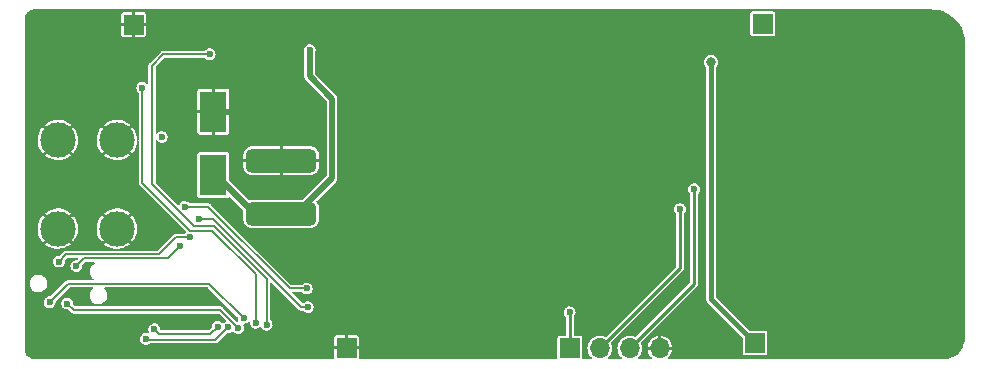
<source format=gbr>
%TF.GenerationSoftware,KiCad,Pcbnew,(6.0.6)*%
%TF.CreationDate,2022-11-03T14:15:42-06:00*%
%TF.ProjectId,SolarGPS,536f6c61-7247-4505-932e-6b696361645f,rev?*%
%TF.SameCoordinates,Original*%
%TF.FileFunction,Copper,L2,Bot*%
%TF.FilePolarity,Positive*%
%FSLAX46Y46*%
G04 Gerber Fmt 4.6, Leading zero omitted, Abs format (unit mm)*
G04 Created by KiCad (PCBNEW (6.0.6)) date 2022-11-03 14:15:42*
%MOMM*%
%LPD*%
G01*
G04 APERTURE LIST*
G04 Aperture macros list*
%AMRoundRect*
0 Rectangle with rounded corners*
0 $1 Rounding radius*
0 $2 $3 $4 $5 $6 $7 $8 $9 X,Y pos of 4 corners*
0 Add a 4 corners polygon primitive as box body*
4,1,4,$2,$3,$4,$5,$6,$7,$8,$9,$2,$3,0*
0 Add four circle primitives for the rounded corners*
1,1,$1+$1,$2,$3*
1,1,$1+$1,$4,$5*
1,1,$1+$1,$6,$7*
1,1,$1+$1,$8,$9*
0 Add four rect primitives between the rounded corners*
20,1,$1+$1,$2,$3,$4,$5,0*
20,1,$1+$1,$4,$5,$6,$7,0*
20,1,$1+$1,$6,$7,$8,$9,0*
20,1,$1+$1,$8,$9,$2,$3,0*%
G04 Aperture macros list end*
%TA.AperFunction,SMDPad,CuDef*%
%ADD10R,2.300000X3.500000*%
%TD*%
%TA.AperFunction,ComponentPad*%
%ADD11C,3.000000*%
%TD*%
%TA.AperFunction,ComponentPad*%
%ADD12R,1.700000X1.700000*%
%TD*%
%TA.AperFunction,SMDPad,CuDef*%
%ADD13RoundRect,0.500000X-2.500000X-0.500000X2.500000X-0.500000X2.500000X0.500000X-2.500000X0.500000X0*%
%TD*%
%TA.AperFunction,ComponentPad*%
%ADD14O,1.700000X1.700000*%
%TD*%
%TA.AperFunction,ViaPad*%
%ADD15C,0.600000*%
%TD*%
%TA.AperFunction,ViaPad*%
%ADD16C,0.800000*%
%TD*%
%TA.AperFunction,Conductor*%
%ADD17C,0.500000*%
%TD*%
%TA.AperFunction,Conductor*%
%ADD18C,0.200000*%
%TD*%
%TA.AperFunction,Conductor*%
%ADD19C,0.250000*%
%TD*%
%TA.AperFunction,Conductor*%
%ADD20C,0.400000*%
%TD*%
G04 APERTURE END LIST*
D10*
%TO.P,D1,1,K*%
%TO.N,VBAT*%
X66175000Y-64250000D03*
%TO.P,D1,2,A*%
%TO.N,GND*%
X66175000Y-58850000D03*
%TD*%
D11*
%TO.P,J7,1,Pin_1*%
%TO.N,GND*%
X58000000Y-61250000D03*
X53000000Y-61250000D03*
X53000000Y-68750000D03*
X58000000Y-68750000D03*
%TD*%
D12*
%TO.P,J3,1,Pin_1*%
%TO.N,GND*%
X59425000Y-51500000D03*
%TD*%
%TO.P,J4,1,Pin_1*%
%TO.N,/SOLAR1+*%
X112025000Y-78450000D03*
%TD*%
%TO.P,J5,1,Pin_1*%
%TO.N,/SOLAR2+*%
X112675000Y-51425000D03*
%TD*%
%TO.P,J2,1,Pin_1*%
%TO.N,GND*%
X77450000Y-78850000D03*
%TD*%
D13*
%TO.P,C4,1*%
%TO.N,VBAT*%
X71920000Y-67500000D03*
%TO.P,C4,2*%
%TO.N,GND*%
X71920000Y-63000000D03*
%TD*%
D12*
%TO.P,J8,1,Pin_1*%
%TO.N,GPS_EN*%
X96350000Y-78875000D03*
D14*
%TO.P,J8,2,Pin_2*%
%TO.N,GPS_UART_MOSI*%
X98890000Y-78875000D03*
%TO.P,J8,3,Pin_3*%
%TO.N,GPS_UART_MISO*%
X101430000Y-78875000D03*
%TO.P,J8,4,Pin_4*%
%TO.N,GND*%
X103970000Y-78875000D03*
%TD*%
D15*
%TO.N,GND*%
X63675000Y-58600000D03*
X75150000Y-54650000D03*
X79725000Y-54325000D03*
X79700000Y-51525000D03*
X72100000Y-51525000D03*
X74600000Y-51575000D03*
X128875000Y-62725000D03*
X115800000Y-68500000D03*
X73700000Y-58150000D03*
X111000000Y-54350000D03*
X115100000Y-54050000D03*
X129400000Y-53450000D03*
X124600000Y-69025000D03*
X63025000Y-77075000D03*
X124325000Y-63200000D03*
X129000000Y-68425000D03*
X82100000Y-79100000D03*
X123050000Y-74525000D03*
X62900000Y-54559500D03*
X63540498Y-59900000D03*
X65925000Y-57675000D03*
X121600000Y-50850000D03*
X70400000Y-57700000D03*
X71925000Y-63050000D03*
X128150000Y-51200000D03*
X89100000Y-72600000D03*
X75300000Y-79000000D03*
X122000000Y-78750000D03*
X129200000Y-75250000D03*
X63540500Y-59900000D03*
X67400000Y-58900000D03*
X73800000Y-63050000D03*
X117850000Y-78700000D03*
X123375000Y-60125000D03*
X80800000Y-72700000D03*
X108200000Y-77250000D03*
X116250000Y-60250000D03*
X122125000Y-75675000D03*
X66100000Y-55100000D03*
X126700000Y-75050000D03*
X115475000Y-61175000D03*
X111100000Y-74515500D03*
X71925000Y-58100000D03*
X107475000Y-79100000D03*
X64775000Y-54650000D03*
X126000000Y-50750000D03*
X117975000Y-76850000D03*
X88900000Y-79100000D03*
X72000000Y-59725000D03*
X128875000Y-58750000D03*
X125800000Y-78750000D03*
X70275000Y-63025000D03*
X129000000Y-78650000D03*
X124650000Y-60925000D03*
X117600000Y-50750000D03*
%TO.N,VDD*%
X52300000Y-75000000D03*
X68725000Y-76325000D03*
X61800000Y-61000000D03*
%TO.N,GPS_UART_MOSI*%
X105675000Y-67100000D03*
%TO.N,GPS_UART_MISO*%
X106875000Y-65425000D03*
%TO.N,VBAT*%
X74325000Y-53650000D03*
%TO.N,VBATSENSE*%
X70675000Y-76900000D03*
X65850000Y-54000000D03*
%TO.N,SPI_MOSI*%
X63734500Y-66923070D03*
X74075000Y-73825000D03*
%TO.N,SPI_CLK*%
X64950000Y-67950000D03*
X74150000Y-75400000D03*
D16*
%TO.N,/SOLAR1+*%
X108300000Y-54675000D03*
D15*
%TO.N,XTAL2*%
X60475000Y-78100000D03*
X67416873Y-77108127D03*
%TO.N,XTAL1*%
X66525000Y-77050000D03*
X61175000Y-77275000D03*
%TO.N,SWCLK*%
X63350000Y-70250000D03*
X54575000Y-71925000D03*
%TO.N,nRESET*%
X53800000Y-75100000D03*
X68275000Y-77175000D03*
%TO.N,SWDIO*%
X64181027Y-69490500D03*
X53100000Y-71550000D03*
%TO.N,GPS_EN*%
X96325000Y-75850000D03*
%TO.N,Button*%
X69750000Y-76725000D03*
X60150000Y-56825000D03*
%TD*%
D17*
%TO.N,VBAT*%
X66425000Y-64250000D02*
X66175000Y-64250000D01*
X69675000Y-67500000D02*
X66425000Y-64250000D01*
X71920000Y-67500000D02*
X69675000Y-67500000D01*
X76225000Y-57775000D02*
X74325000Y-55875000D01*
X74325000Y-55875000D02*
X74325000Y-53650000D01*
X73175000Y-67500000D02*
X76225000Y-64450000D01*
X71920000Y-67500000D02*
X73175000Y-67500000D01*
X76225000Y-64450000D02*
X76225000Y-57775000D01*
D18*
%TO.N,VDD*%
X53875000Y-73425000D02*
X65825000Y-73425000D01*
X65825000Y-73425000D02*
X68725000Y-76325000D01*
X52300000Y-75000000D02*
X53875000Y-73425000D01*
D19*
%TO.N,GPS_UART_MOSI*%
X98890000Y-78875000D02*
X105675000Y-72090000D01*
X105675000Y-72090000D02*
X105675000Y-67100000D01*
%TO.N,GPS_UART_MISO*%
X106875000Y-73430000D02*
X106875000Y-65425000D01*
X101430000Y-78875000D02*
X106875000Y-73430000D01*
D18*
%TO.N,VBATSENSE*%
X64526066Y-68571499D02*
X60975000Y-65020433D01*
X60975000Y-65020433D02*
X60975000Y-54950000D01*
X70675000Y-76900000D02*
X70675000Y-73025000D01*
X60975000Y-54950000D02*
X61925000Y-54000000D01*
X61925000Y-54000000D02*
X65850000Y-54000000D01*
X66221499Y-68571499D02*
X64526066Y-68571499D01*
X70675000Y-73025000D02*
X66221499Y-68571499D01*
%TO.N,SPI_MOSI*%
X74075000Y-73825000D02*
X72625000Y-73825000D01*
X72625000Y-73825000D02*
X65723070Y-66923070D01*
X65723070Y-66923070D02*
X63734500Y-66923070D01*
%TO.N,SPI_CLK*%
X66150000Y-67950000D02*
X64950000Y-67950000D01*
X73600000Y-75400000D02*
X66150000Y-67950000D01*
X74150000Y-75400000D02*
X73600000Y-75400000D01*
D20*
%TO.N,/SOLAR1+*%
X108300000Y-74725000D02*
X112025000Y-78450000D01*
X108300000Y-54675000D02*
X108300000Y-74725000D01*
D18*
%TO.N,XTAL2*%
X66350000Y-78175000D02*
X60550000Y-78175000D01*
X60550000Y-78175000D02*
X60475000Y-78100000D01*
X67416873Y-77108127D02*
X66350000Y-78175000D01*
%TO.N,XTAL1*%
X65925000Y-77650000D02*
X61550000Y-77650000D01*
X66525000Y-77050000D02*
X65925000Y-77650000D01*
X61550000Y-77650000D02*
X61175000Y-77275000D01*
%TO.N,SWCLK*%
X63350000Y-70250000D02*
X62315499Y-71284501D01*
X55215499Y-71284501D02*
X54575000Y-71925000D01*
X62315499Y-71284501D02*
X55215499Y-71284501D01*
%TO.N,nRESET*%
X68275000Y-77175000D02*
X66750000Y-75650000D01*
X66750000Y-75650000D02*
X54350000Y-75650000D01*
X54350000Y-75650000D02*
X53800000Y-75100000D01*
%TO.N,SWDIO*%
X53100000Y-71550000D02*
X53725000Y-70925000D01*
X61575000Y-70925000D02*
X63009500Y-69490500D01*
X63009500Y-69490500D02*
X64181027Y-69490500D01*
X53725000Y-70925000D02*
X61575000Y-70925000D01*
D19*
%TO.N,GPS_EN*%
X96350000Y-75875000D02*
X96325000Y-75850000D01*
X96350000Y-78875000D02*
X96350000Y-75875000D01*
D18*
%TO.N,Button*%
X69750000Y-72608412D02*
X66072588Y-68931000D01*
X64206000Y-68931000D02*
X60150000Y-64875000D01*
X69750000Y-76725000D02*
X69750000Y-72608412D01*
X60150000Y-64875000D02*
X60150000Y-56825000D01*
X66072588Y-68931000D02*
X64206000Y-68931000D01*
%TD*%
%TA.AperFunction,Conductor*%
%TO.N,GND*%
G36*
X126985402Y-50202382D02*
G01*
X126989208Y-50203257D01*
X126999641Y-50205656D01*
X127007768Y-50203817D01*
X127007769Y-50203817D01*
X127007847Y-50203799D01*
X127028326Y-50202091D01*
X127127227Y-50207645D01*
X127309312Y-50217871D01*
X127317542Y-50218799D01*
X127555580Y-50259243D01*
X127618844Y-50269992D01*
X127626935Y-50271838D01*
X127920623Y-50356449D01*
X127928455Y-50359190D01*
X128210816Y-50476147D01*
X128218293Y-50479747D01*
X128468988Y-50618301D01*
X128485784Y-50627584D01*
X128492811Y-50632000D01*
X128742076Y-50808863D01*
X128748564Y-50814037D01*
X128962030Y-51004802D01*
X128976447Y-51017686D01*
X128982314Y-51023553D01*
X129185963Y-51251436D01*
X129191137Y-51257924D01*
X129368000Y-51507189D01*
X129372416Y-51514216D01*
X129520253Y-51781707D01*
X129523853Y-51789184D01*
X129640810Y-52071545D01*
X129643551Y-52079377D01*
X129728162Y-52373065D01*
X129730008Y-52381156D01*
X129778235Y-52664998D01*
X129781200Y-52682450D01*
X129782130Y-52690696D01*
X129797883Y-52971199D01*
X129796213Y-52990800D01*
X129796212Y-52991519D01*
X129794344Y-52999641D01*
X129796183Y-53007768D01*
X129796183Y-53007770D01*
X129797675Y-53014362D01*
X129799500Y-53030694D01*
X129799500Y-77968819D01*
X129797618Y-77985402D01*
X129794344Y-77999641D01*
X129796184Y-78007772D01*
X129796181Y-78009324D01*
X129797658Y-78028093D01*
X129784422Y-78230046D01*
X129783158Y-78239642D01*
X129774716Y-78282083D01*
X129739494Y-78459162D01*
X129739131Y-78460985D01*
X129736628Y-78470330D01*
X129667603Y-78673669D01*
X129664080Y-78684047D01*
X129660377Y-78692987D01*
X129633248Y-78748000D01*
X129560558Y-78895400D01*
X129555718Y-78903783D01*
X129430331Y-79091437D01*
X129424438Y-79099116D01*
X129275637Y-79268792D01*
X129268792Y-79275637D01*
X129099116Y-79424438D01*
X129091437Y-79430331D01*
X128903783Y-79555718D01*
X128895400Y-79560558D01*
X128798650Y-79608270D01*
X128693472Y-79660138D01*
X128692989Y-79660376D01*
X128684050Y-79664079D01*
X128470330Y-79736628D01*
X128460988Y-79739130D01*
X128350313Y-79761145D01*
X128239642Y-79783158D01*
X128230046Y-79784422D01*
X128028563Y-79797628D01*
X128011026Y-79796216D01*
X128008480Y-79796212D01*
X128000359Y-79794344D01*
X127992232Y-79796183D01*
X127992230Y-79796183D01*
X127985638Y-79797675D01*
X127969306Y-79799500D01*
X104707162Y-79799500D01*
X104659596Y-79782187D01*
X104634286Y-79738350D01*
X104643076Y-79688500D01*
X104661603Y-79667187D01*
X104694751Y-79641289D01*
X104699970Y-79636319D01*
X104829791Y-79485920D01*
X104833939Y-79480040D01*
X104932078Y-79307283D01*
X104935006Y-79300708D01*
X104997719Y-79112189D01*
X104999316Y-79105155D01*
X105010713Y-79014946D01*
X105008356Y-79004573D01*
X105004966Y-79002000D01*
X102939971Y-79002000D01*
X102929975Y-79005638D01*
X102927577Y-79009792D01*
X102931949Y-79061854D01*
X102933250Y-79068942D01*
X102988013Y-79259922D01*
X102990663Y-79266617D01*
X103081479Y-79443326D01*
X103085384Y-79449384D01*
X103208789Y-79605083D01*
X103213794Y-79610267D01*
X103282977Y-79669146D01*
X103307980Y-79713159D01*
X103298842Y-79762947D01*
X103259839Y-79795212D01*
X103235016Y-79799500D01*
X102167975Y-79799500D01*
X102120409Y-79782187D01*
X102095099Y-79738350D01*
X102103889Y-79688500D01*
X102122416Y-79667187D01*
X102155098Y-79641653D01*
X102157951Y-79639424D01*
X102182817Y-79610616D01*
X102290201Y-79486210D01*
X102290203Y-79486208D01*
X102292564Y-79483472D01*
X102294347Y-79480333D01*
X102294350Y-79480329D01*
X102355820Y-79372122D01*
X102394323Y-79304344D01*
X102404937Y-79272439D01*
X102458208Y-79112299D01*
X102459351Y-79108863D01*
X102459820Y-79105155D01*
X102484913Y-78906519D01*
X102484913Y-78906513D01*
X102485171Y-78904474D01*
X102485583Y-78875000D01*
X102476439Y-78781734D01*
X102471860Y-78735034D01*
X102929069Y-78735034D01*
X102931571Y-78745372D01*
X102935136Y-78748000D01*
X103829952Y-78748000D01*
X103839948Y-78744362D01*
X103843000Y-78739075D01*
X103843000Y-78734952D01*
X104097000Y-78734952D01*
X104100638Y-78744948D01*
X104105925Y-78748000D01*
X104999580Y-78748000D01*
X105009576Y-78744362D01*
X105011880Y-78740371D01*
X105005340Y-78673669D01*
X105003941Y-78666602D01*
X104946516Y-78476403D01*
X104943772Y-78469745D01*
X104850498Y-78294322D01*
X104846512Y-78288323D01*
X104720942Y-78134358D01*
X104715866Y-78129247D01*
X104562789Y-78002610D01*
X104556804Y-77998573D01*
X104382043Y-77904081D01*
X104375405Y-77901290D01*
X104185612Y-77842540D01*
X104178552Y-77841091D01*
X104109977Y-77833883D01*
X104099657Y-77836456D01*
X104097000Y-77840113D01*
X104097000Y-78734952D01*
X103843000Y-78734952D01*
X103843000Y-77845221D01*
X103839362Y-77835225D01*
X103835290Y-77832875D01*
X103775912Y-77838278D01*
X103768818Y-77839631D01*
X103578231Y-77895724D01*
X103571555Y-77898422D01*
X103395483Y-77990469D01*
X103389456Y-77994413D01*
X103234619Y-78118906D01*
X103229471Y-78123947D01*
X103101765Y-78276140D01*
X103097696Y-78282083D01*
X103001980Y-78456191D01*
X102999144Y-78462808D01*
X102939071Y-78652181D01*
X102937571Y-78659237D01*
X102929069Y-78735034D01*
X102471860Y-78735034D01*
X102465833Y-78673570D01*
X102465480Y-78669970D01*
X102405935Y-78472749D01*
X102392290Y-78447087D01*
X102385246Y-78396964D01*
X102405303Y-78360023D01*
X107092832Y-73672494D01*
X107097592Y-73668133D01*
X107128194Y-73642455D01*
X107148172Y-73607851D01*
X107151638Y-73602411D01*
X107170841Y-73574987D01*
X107170842Y-73574986D01*
X107174554Y-73569684D01*
X107176229Y-73563432D01*
X107178351Y-73558882D01*
X107180639Y-73553358D01*
X107182353Y-73548647D01*
X107185588Y-73543045D01*
X107192525Y-73503703D01*
X107193922Y-73497401D01*
X107202588Y-73465060D01*
X107204264Y-73458807D01*
X107202966Y-73443963D01*
X107200782Y-73419005D01*
X107200500Y-73412556D01*
X107200500Y-65839790D01*
X107219637Y-65790131D01*
X107246822Y-65760097D01*
X107294200Y-65707754D01*
X107356710Y-65578733D01*
X107380496Y-65437354D01*
X107380647Y-65425000D01*
X107360323Y-65283082D01*
X107300984Y-65152572D01*
X107242315Y-65084484D01*
X107210840Y-65047955D01*
X107210839Y-65047954D01*
X107207400Y-65043963D01*
X107202981Y-65041099D01*
X107202979Y-65041097D01*
X107153906Y-65009290D01*
X107087095Y-64965985D01*
X106983168Y-64934904D01*
X106954792Y-64926418D01*
X106954791Y-64926418D01*
X106949739Y-64924907D01*
X106876103Y-64924457D01*
X106811646Y-64924063D01*
X106811645Y-64924063D01*
X106806376Y-64924031D01*
X106668529Y-64963428D01*
X106547280Y-65039930D01*
X106452377Y-65147388D01*
X106391447Y-65277163D01*
X106369391Y-65418823D01*
X106370074Y-65424046D01*
X106370074Y-65424049D01*
X106370573Y-65427862D01*
X106387980Y-65560979D01*
X106445720Y-65692203D01*
X106449112Y-65696238D01*
X106532146Y-65795019D01*
X106549500Y-65842635D01*
X106549500Y-73264522D01*
X106532187Y-73312088D01*
X106527826Y-73316848D01*
X101945379Y-77899295D01*
X101899503Y-77920687D01*
X101857857Y-77912063D01*
X101842238Y-77903618D01*
X101839055Y-77901897D01*
X101835605Y-77900829D01*
X101835600Y-77900827D01*
X101664612Y-77847898D01*
X101642254Y-77840977D01*
X101437369Y-77819443D01*
X101433765Y-77819771D01*
X101433764Y-77819771D01*
X101394151Y-77823376D01*
X101232203Y-77838114D01*
X101198960Y-77847898D01*
X101038043Y-77895258D01*
X101038039Y-77895260D01*
X101034572Y-77896280D01*
X100949594Y-77940706D01*
X100855209Y-77990049D01*
X100855206Y-77990051D01*
X100852002Y-77991726D01*
X100849184Y-77993992D01*
X100849182Y-77993993D01*
X100694266Y-78118548D01*
X100694263Y-78118551D01*
X100691447Y-78120815D01*
X100689121Y-78123587D01*
X100689119Y-78123589D01*
X100561351Y-78275856D01*
X100561348Y-78275860D01*
X100559024Y-78278630D01*
X100459776Y-78459162D01*
X100458614Y-78462826D01*
X100426501Y-78564060D01*
X100397484Y-78655532D01*
X100397081Y-78659123D01*
X100397081Y-78659124D01*
X100395461Y-78673570D01*
X100374520Y-78860262D01*
X100374823Y-78863871D01*
X100374823Y-78863873D01*
X100387509Y-79014946D01*
X100391759Y-79065553D01*
X100448544Y-79263586D01*
X100450196Y-79266800D01*
X100450197Y-79266803D01*
X100540917Y-79443326D01*
X100542712Y-79446818D01*
X100670677Y-79608270D01*
X100673430Y-79610613D01*
X100673433Y-79610616D01*
X100742206Y-79669146D01*
X100767209Y-79713159D01*
X100758071Y-79762947D01*
X100719068Y-79795212D01*
X100694245Y-79799500D01*
X99627975Y-79799500D01*
X99580409Y-79782187D01*
X99555099Y-79738350D01*
X99563889Y-79688500D01*
X99582416Y-79667187D01*
X99615098Y-79641653D01*
X99617951Y-79639424D01*
X99642817Y-79610616D01*
X99750201Y-79486210D01*
X99750203Y-79486208D01*
X99752564Y-79483472D01*
X99754347Y-79480333D01*
X99754350Y-79480329D01*
X99815820Y-79372122D01*
X99854323Y-79304344D01*
X99864937Y-79272439D01*
X99918208Y-79112299D01*
X99919351Y-79108863D01*
X99919820Y-79105155D01*
X99944913Y-78906519D01*
X99944913Y-78906513D01*
X99945171Y-78904474D01*
X99945583Y-78875000D01*
X99936439Y-78781734D01*
X99925833Y-78673570D01*
X99925480Y-78669970D01*
X99865935Y-78472749D01*
X99852290Y-78447087D01*
X99845246Y-78396964D01*
X99865303Y-78360023D01*
X105892832Y-72332494D01*
X105897592Y-72328133D01*
X105911093Y-72316804D01*
X105928194Y-72302455D01*
X105948172Y-72267851D01*
X105951638Y-72262411D01*
X105970841Y-72234987D01*
X105970842Y-72234986D01*
X105974554Y-72229684D01*
X105976229Y-72223432D01*
X105978351Y-72218882D01*
X105980639Y-72213358D01*
X105982353Y-72208647D01*
X105985588Y-72203045D01*
X105986789Y-72196238D01*
X105992524Y-72163706D01*
X105993922Y-72157401D01*
X106002588Y-72125060D01*
X106004264Y-72118807D01*
X106000782Y-72079009D01*
X106000500Y-72072559D01*
X106000500Y-67514790D01*
X106019637Y-67465131D01*
X106046822Y-67435097D01*
X106094200Y-67382754D01*
X106156710Y-67253733D01*
X106180496Y-67112354D01*
X106180647Y-67100000D01*
X106160323Y-66958082D01*
X106100984Y-66827572D01*
X106030079Y-66745283D01*
X106010840Y-66722955D01*
X106010839Y-66722954D01*
X106007400Y-66718963D01*
X106002981Y-66716099D01*
X106002979Y-66716097D01*
X105930804Y-66669316D01*
X105887095Y-66640985D01*
X105783168Y-66609904D01*
X105754792Y-66601418D01*
X105754791Y-66601418D01*
X105749739Y-66599907D01*
X105676103Y-66599457D01*
X105611646Y-66599063D01*
X105611645Y-66599063D01*
X105606376Y-66599031D01*
X105468529Y-66638428D01*
X105347280Y-66714930D01*
X105252377Y-66822388D01*
X105191447Y-66952163D01*
X105169391Y-67093823D01*
X105170074Y-67099046D01*
X105170074Y-67099049D01*
X105170573Y-67102862D01*
X105187980Y-67235979D01*
X105245720Y-67367203D01*
X105331683Y-67469468D01*
X105332146Y-67470019D01*
X105349500Y-67517635D01*
X105349500Y-71924522D01*
X105332187Y-71972088D01*
X105327826Y-71976848D01*
X99405379Y-77899295D01*
X99359503Y-77920687D01*
X99317857Y-77912063D01*
X99302238Y-77903618D01*
X99299055Y-77901897D01*
X99295605Y-77900829D01*
X99295600Y-77900827D01*
X99124612Y-77847898D01*
X99102254Y-77840977D01*
X98897369Y-77819443D01*
X98893765Y-77819771D01*
X98893764Y-77819771D01*
X98854151Y-77823376D01*
X98692203Y-77838114D01*
X98658960Y-77847898D01*
X98498043Y-77895258D01*
X98498039Y-77895260D01*
X98494572Y-77896280D01*
X98409594Y-77940706D01*
X98315209Y-77990049D01*
X98315206Y-77990051D01*
X98312002Y-77991726D01*
X98309184Y-77993992D01*
X98309182Y-77993993D01*
X98154266Y-78118548D01*
X98154263Y-78118551D01*
X98151447Y-78120815D01*
X98149121Y-78123587D01*
X98149119Y-78123589D01*
X98021351Y-78275856D01*
X98021348Y-78275860D01*
X98019024Y-78278630D01*
X97919776Y-78459162D01*
X97918614Y-78462826D01*
X97886501Y-78564060D01*
X97857484Y-78655532D01*
X97857081Y-78659123D01*
X97857081Y-78659124D01*
X97855461Y-78673570D01*
X97834520Y-78860262D01*
X97834823Y-78863871D01*
X97834823Y-78863873D01*
X97847509Y-79014946D01*
X97851759Y-79065553D01*
X97908544Y-79263586D01*
X97910196Y-79266800D01*
X97910197Y-79266803D01*
X98000917Y-79443326D01*
X98002712Y-79446818D01*
X98130677Y-79608270D01*
X98133430Y-79610613D01*
X98133433Y-79610616D01*
X98202206Y-79669146D01*
X98227209Y-79713159D01*
X98218071Y-79762947D01*
X98179068Y-79795212D01*
X98154245Y-79799500D01*
X97474500Y-79799500D01*
X97426934Y-79782187D01*
X97401624Y-79738350D01*
X97400500Y-79725500D01*
X97400500Y-78005252D01*
X97399172Y-77998573D01*
X97392671Y-77965893D01*
X97388867Y-77946769D01*
X97377068Y-77929110D01*
X97348602Y-77886509D01*
X97344552Y-77880448D01*
X97301617Y-77851759D01*
X97284294Y-77840184D01*
X97284293Y-77840184D01*
X97278231Y-77836133D01*
X97232025Y-77826942D01*
X97223318Y-77825210D01*
X97223317Y-77825210D01*
X97219748Y-77824500D01*
X96749500Y-77824500D01*
X96701934Y-77807187D01*
X96676624Y-77763350D01*
X96675500Y-77750500D01*
X96675500Y-76237170D01*
X96694637Y-76187511D01*
X96710810Y-76169643D01*
X96744200Y-76132754D01*
X96806710Y-76003733D01*
X96830496Y-75862354D01*
X96830647Y-75850000D01*
X96821358Y-75785135D01*
X96811070Y-75713297D01*
X96811070Y-75713296D01*
X96810323Y-75708082D01*
X96750984Y-75577572D01*
X96694925Y-75512512D01*
X96660840Y-75472955D01*
X96660839Y-75472954D01*
X96657400Y-75468963D01*
X96652981Y-75466099D01*
X96652979Y-75466097D01*
X96601646Y-75432825D01*
X96537095Y-75390985D01*
X96433168Y-75359904D01*
X96404792Y-75351418D01*
X96404791Y-75351418D01*
X96399739Y-75349907D01*
X96326103Y-75349457D01*
X96261646Y-75349063D01*
X96261645Y-75349063D01*
X96256376Y-75349031D01*
X96118529Y-75388428D01*
X96114069Y-75391242D01*
X96100188Y-75400000D01*
X95997280Y-75464930D01*
X95964830Y-75501673D01*
X95915118Y-75557962D01*
X95902377Y-75572388D01*
X95841447Y-75702163D01*
X95819391Y-75843823D01*
X95820074Y-75849046D01*
X95820074Y-75849049D01*
X95824820Y-75885343D01*
X95837980Y-75985979D01*
X95895720Y-76117203D01*
X95899112Y-76121238D01*
X95984580Y-76222916D01*
X95984583Y-76222919D01*
X95987970Y-76226948D01*
X95992356Y-76229867D01*
X95996287Y-76233382D01*
X95995311Y-76234473D01*
X96021507Y-76270068D01*
X96024500Y-76290901D01*
X96024500Y-77750500D01*
X96007187Y-77798066D01*
X95963350Y-77823376D01*
X95950500Y-77824500D01*
X95480252Y-77824500D01*
X95476683Y-77825210D01*
X95476682Y-77825210D01*
X95467975Y-77826942D01*
X95421769Y-77836133D01*
X95415707Y-77840184D01*
X95415706Y-77840184D01*
X95398383Y-77851759D01*
X95355448Y-77880448D01*
X95351398Y-77886509D01*
X95322933Y-77929110D01*
X95311133Y-77946769D01*
X95307329Y-77965893D01*
X95300829Y-77998573D01*
X95299500Y-78005252D01*
X95299500Y-79725500D01*
X95282187Y-79773066D01*
X95238350Y-79798376D01*
X95225500Y-79799500D01*
X78573429Y-79799500D01*
X78525863Y-79782187D01*
X78500553Y-79738350D01*
X78499785Y-79718252D01*
X78500000Y-79716067D01*
X78500000Y-78990048D01*
X78496362Y-78980052D01*
X78491075Y-78977000D01*
X76413048Y-78977000D01*
X76403052Y-78980638D01*
X76400000Y-78985925D01*
X76400000Y-79716067D01*
X76400215Y-79718252D01*
X76400000Y-79719091D01*
X76400000Y-79719698D01*
X76399844Y-79719698D01*
X76387644Y-79767286D01*
X76346497Y-79796767D01*
X76326571Y-79799500D01*
X51031181Y-79799500D01*
X51014598Y-79797618D01*
X51009953Y-79796550D01*
X51000359Y-79794344D01*
X50992229Y-79796184D01*
X50983900Y-79796169D01*
X50983900Y-79796076D01*
X50972466Y-79796788D01*
X50851279Y-79784852D01*
X50837051Y-79782022D01*
X50761612Y-79759138D01*
X50701013Y-79740756D01*
X50687621Y-79735208D01*
X50562246Y-79668194D01*
X50550190Y-79660138D01*
X50440302Y-79569956D01*
X50430044Y-79559698D01*
X50428990Y-79558413D01*
X50339862Y-79449810D01*
X50331806Y-79437754D01*
X50264792Y-79312379D01*
X50259243Y-79298984D01*
X50217978Y-79162949D01*
X50215148Y-79148721D01*
X50203280Y-79028220D01*
X50204526Y-79009001D01*
X50204229Y-79008967D01*
X50204708Y-79004804D01*
X50205655Y-79000718D01*
X50205656Y-79000000D01*
X50202353Y-78985520D01*
X50200500Y-78969063D01*
X50200500Y-78709952D01*
X76400000Y-78709952D01*
X76403638Y-78719948D01*
X76408925Y-78723000D01*
X77309952Y-78723000D01*
X77319948Y-78719362D01*
X77323000Y-78714075D01*
X77323000Y-78709952D01*
X77577000Y-78709952D01*
X77580638Y-78719948D01*
X77585925Y-78723000D01*
X78486952Y-78723000D01*
X78496948Y-78719362D01*
X78500000Y-78714075D01*
X78500000Y-77983942D01*
X78499290Y-77976732D01*
X78489818Y-77929110D01*
X78484348Y-77915906D01*
X78448241Y-77861868D01*
X78438132Y-77851759D01*
X78384094Y-77815652D01*
X78370890Y-77810182D01*
X78323268Y-77800710D01*
X78316058Y-77800000D01*
X77590048Y-77800000D01*
X77580052Y-77803638D01*
X77577000Y-77808925D01*
X77577000Y-78709952D01*
X77323000Y-78709952D01*
X77323000Y-77813048D01*
X77319362Y-77803052D01*
X77314075Y-77800000D01*
X76583942Y-77800000D01*
X76576732Y-77800710D01*
X76529110Y-77810182D01*
X76515906Y-77815652D01*
X76461868Y-77851759D01*
X76451759Y-77861868D01*
X76415652Y-77915906D01*
X76410182Y-77929110D01*
X76400710Y-77976732D01*
X76400000Y-77983942D01*
X76400000Y-78709952D01*
X50200500Y-78709952D01*
X50200500Y-74993823D01*
X51794391Y-74993823D01*
X51795074Y-74999046D01*
X51795074Y-74999049D01*
X51797678Y-75018963D01*
X51812980Y-75135979D01*
X51870720Y-75267203D01*
X51874112Y-75271238D01*
X51959580Y-75372916D01*
X51959583Y-75372919D01*
X51962970Y-75376948D01*
X51984980Y-75391599D01*
X52077924Y-75453469D01*
X52077927Y-75453470D01*
X52082313Y-75456390D01*
X52219157Y-75499142D01*
X52224425Y-75499239D01*
X52224428Y-75499239D01*
X52284733Y-75500344D01*
X52362499Y-75501770D01*
X52367582Y-75500384D01*
X52367584Y-75500384D01*
X52495727Y-75465448D01*
X52495729Y-75465447D01*
X52500817Y-75464060D01*
X52587297Y-75410961D01*
X52618498Y-75391804D01*
X52618499Y-75391803D01*
X52622991Y-75389045D01*
X52719200Y-75282754D01*
X52781710Y-75153733D01*
X52805496Y-75012354D01*
X52805647Y-75000000D01*
X52804763Y-74993823D01*
X52803609Y-74985769D01*
X52800788Y-74966072D01*
X52811183Y-74916533D01*
X52821715Y-74903256D01*
X53398202Y-74326770D01*
X53977798Y-73747174D01*
X54023675Y-73725782D01*
X54030124Y-73725500D01*
X55894740Y-73725500D01*
X55942306Y-73742813D01*
X55967616Y-73786650D01*
X55958826Y-73836500D01*
X55948462Y-73850391D01*
X55838749Y-73966207D01*
X55836593Y-73969918D01*
X55836592Y-73969920D01*
X55803640Y-74026651D01*
X55751401Y-74116588D01*
X55700990Y-74283031D01*
X55700724Y-74287316D01*
X55700724Y-74287317D01*
X55698277Y-74326770D01*
X55690222Y-74456607D01*
X55690951Y-74460848D01*
X55717427Y-74614930D01*
X55719673Y-74628004D01*
X55721355Y-74631957D01*
X55785459Y-74782609D01*
X55787765Y-74788029D01*
X55790310Y-74791487D01*
X55882333Y-74916533D01*
X55890843Y-74928097D01*
X55894114Y-74930876D01*
X55894116Y-74930878D01*
X55993343Y-75015177D01*
X56023380Y-75040695D01*
X56178265Y-75119783D01*
X56347190Y-75161119D01*
X56358167Y-75161800D01*
X56483547Y-75161800D01*
X56485672Y-75161552D01*
X56485676Y-75161552D01*
X56608468Y-75147236D01*
X56608469Y-75147236D01*
X56612739Y-75146738D01*
X56629090Y-75140803D01*
X56772166Y-75088869D01*
X56772169Y-75088868D01*
X56776212Y-75087400D01*
X56921650Y-74992047D01*
X57041251Y-74865793D01*
X57046144Y-74857370D01*
X57126441Y-74719127D01*
X57128599Y-74715412D01*
X57179010Y-74548969D01*
X57179754Y-74536979D01*
X57189512Y-74379687D01*
X57189512Y-74379684D01*
X57189778Y-74375393D01*
X57160327Y-74203996D01*
X57123134Y-74116588D01*
X57093917Y-74047923D01*
X57093915Y-74047920D01*
X57092235Y-74043971D01*
X57047719Y-73983480D01*
X56991703Y-73907362D01*
X56991701Y-73907360D01*
X56989157Y-73903903D01*
X56932649Y-73855896D01*
X56907608Y-73811905D01*
X56916702Y-73762109D01*
X56955677Y-73729809D01*
X56980561Y-73725500D01*
X65669877Y-73725500D01*
X65717443Y-73742813D01*
X65722203Y-73747174D01*
X68202847Y-76227819D01*
X68224239Y-76273695D01*
X68223640Y-76291528D01*
X68220955Y-76308776D01*
X68219391Y-76318823D01*
X68220074Y-76324046D01*
X68220074Y-76324049D01*
X68222678Y-76343963D01*
X68237980Y-76460979D01*
X68277143Y-76549983D01*
X68280454Y-76600493D01*
X68250522Y-76641315D01*
X68201354Y-76653346D01*
X68157084Y-76632112D01*
X67001070Y-75476099D01*
X66997485Y-75471946D01*
X66995425Y-75467731D01*
X66958818Y-75433773D01*
X66956819Y-75431848D01*
X66942723Y-75417752D01*
X66939912Y-75415824D01*
X66937293Y-75413647D01*
X66937403Y-75413515D01*
X66934227Y-75410961D01*
X66918364Y-75396246D01*
X66918363Y-75396245D01*
X66913354Y-75391599D01*
X66907012Y-75389069D01*
X66907006Y-75389065D01*
X66900077Y-75386301D01*
X66885641Y-75378593D01*
X66879493Y-75374376D01*
X66879492Y-75374375D01*
X66873854Y-75370508D01*
X66867204Y-75368930D01*
X66867202Y-75368929D01*
X66846160Y-75363936D01*
X66835824Y-75360668D01*
X66833932Y-75359913D01*
X66809378Y-75350117D01*
X66803085Y-75349500D01*
X66793988Y-75349500D01*
X66776901Y-75347500D01*
X66771585Y-75346238D01*
X66771583Y-75346238D01*
X66764934Y-75344660D01*
X66744066Y-75347500D01*
X66734337Y-75348824D01*
X66724358Y-75349500D01*
X54505123Y-75349500D01*
X54457557Y-75332187D01*
X54452797Y-75327826D01*
X54322657Y-75197686D01*
X54301265Y-75151810D01*
X54302008Y-75133084D01*
X54302128Y-75132371D01*
X54305496Y-75112354D01*
X54305647Y-75100000D01*
X54296755Y-75037911D01*
X54286070Y-74963297D01*
X54286070Y-74963296D01*
X54285323Y-74958082D01*
X54225984Y-74827572D01*
X54169925Y-74762512D01*
X54135840Y-74722955D01*
X54135839Y-74722954D01*
X54132400Y-74718963D01*
X54127981Y-74716099D01*
X54127979Y-74716097D01*
X54088068Y-74690228D01*
X54012095Y-74640985D01*
X53908168Y-74609904D01*
X53879792Y-74601418D01*
X53879791Y-74601418D01*
X53874739Y-74599907D01*
X53801103Y-74599457D01*
X53736646Y-74599063D01*
X53736645Y-74599063D01*
X53731376Y-74599031D01*
X53593529Y-74638428D01*
X53472280Y-74714930D01*
X53465193Y-74722955D01*
X53404668Y-74791487D01*
X53377377Y-74822388D01*
X53316447Y-74952163D01*
X53315637Y-74957368D01*
X53315636Y-74957370D01*
X53310237Y-74992047D01*
X53294391Y-75093823D01*
X53295074Y-75099046D01*
X53295074Y-75099049D01*
X53301545Y-75148531D01*
X53312980Y-75235979D01*
X53331474Y-75278010D01*
X53367845Y-75360668D01*
X53370720Y-75367203D01*
X53387343Y-75386979D01*
X53459580Y-75472916D01*
X53459583Y-75472919D01*
X53462970Y-75476948D01*
X53467357Y-75479868D01*
X53577924Y-75553469D01*
X53577927Y-75553470D01*
X53582313Y-75556390D01*
X53719157Y-75599142D01*
X53724425Y-75599239D01*
X53724428Y-75599239D01*
X53847212Y-75601490D01*
X53898181Y-75623152D01*
X54098930Y-75823901D01*
X54102515Y-75828054D01*
X54104575Y-75832269D01*
X54127429Y-75853469D01*
X54141181Y-75866226D01*
X54143181Y-75868152D01*
X54157276Y-75882247D01*
X54160087Y-75884175D01*
X54162712Y-75886356D01*
X54162607Y-75886482D01*
X54165777Y-75889042D01*
X54181637Y-75903755D01*
X54181639Y-75903756D01*
X54186646Y-75908401D01*
X54192990Y-75910932D01*
X54192993Y-75910934D01*
X54199923Y-75913699D01*
X54214359Y-75921407D01*
X54220507Y-75925624D01*
X54226146Y-75929492D01*
X54232796Y-75931070D01*
X54232798Y-75931071D01*
X54253840Y-75936064D01*
X54264176Y-75939332D01*
X54290622Y-75949883D01*
X54296915Y-75950500D01*
X54306012Y-75950500D01*
X54323099Y-75952500D01*
X54328415Y-75953762D01*
X54328417Y-75953762D01*
X54335066Y-75955340D01*
X54365663Y-75951176D01*
X54375642Y-75950500D01*
X66594877Y-75950500D01*
X66642443Y-75967813D01*
X66647203Y-75972174D01*
X67213083Y-76538054D01*
X67234475Y-76583930D01*
X67221374Y-76632825D01*
X67200244Y-76652964D01*
X67164257Y-76675670D01*
X67089153Y-76723057D01*
X67053615Y-76763297D01*
X67051594Y-76765585D01*
X67007130Y-76789778D01*
X66957519Y-76779729D01*
X66940068Y-76764904D01*
X66938684Y-76763297D01*
X66857400Y-76668963D01*
X66852981Y-76666099D01*
X66852979Y-76666097D01*
X66801646Y-76632825D01*
X66737095Y-76590985D01*
X66633168Y-76559904D01*
X66604792Y-76551418D01*
X66604791Y-76551418D01*
X66599739Y-76549907D01*
X66526103Y-76549457D01*
X66461646Y-76549063D01*
X66461645Y-76549063D01*
X66456376Y-76549031D01*
X66318529Y-76588428D01*
X66197280Y-76664930D01*
X66151467Y-76716804D01*
X66108987Y-76764904D01*
X66102377Y-76772388D01*
X66041447Y-76902163D01*
X66019391Y-77043823D01*
X66020074Y-77049046D01*
X66020074Y-77049049D01*
X66024704Y-77084453D01*
X66013705Y-77133863D01*
X66003655Y-77146374D01*
X65822203Y-77327826D01*
X65776327Y-77349218D01*
X65769877Y-77349500D01*
X61754615Y-77349500D01*
X61707049Y-77332187D01*
X61681739Y-77288350D01*
X61680771Y-77280304D01*
X61680612Y-77277860D01*
X61680647Y-77275000D01*
X61680242Y-77272171D01*
X61661070Y-77138297D01*
X61661070Y-77138296D01*
X61660323Y-77133082D01*
X61628924Y-77064022D01*
X61603166Y-77007371D01*
X61600984Y-77002572D01*
X61507400Y-76893963D01*
X61502981Y-76891099D01*
X61502979Y-76891097D01*
X61448448Y-76855752D01*
X61387095Y-76815985D01*
X61265863Y-76779729D01*
X61254792Y-76776418D01*
X61254791Y-76776418D01*
X61249739Y-76774907D01*
X61176103Y-76774457D01*
X61111646Y-76774063D01*
X61111645Y-76774063D01*
X61106376Y-76774031D01*
X60968529Y-76813428D01*
X60847280Y-76889930D01*
X60827476Y-76912354D01*
X60764882Y-76983229D01*
X60752377Y-76997388D01*
X60691447Y-77127163D01*
X60669391Y-77268823D01*
X60670074Y-77274046D01*
X60670074Y-77274049D01*
X60677225Y-77328733D01*
X60687980Y-77410979D01*
X60716151Y-77475002D01*
X60740155Y-77529556D01*
X60743466Y-77580066D01*
X60713534Y-77620888D01*
X60664366Y-77632919D01*
X60651221Y-77630256D01*
X60603459Y-77615973D01*
X60554792Y-77601418D01*
X60554791Y-77601418D01*
X60549739Y-77599907D01*
X60476103Y-77599457D01*
X60411646Y-77599063D01*
X60411645Y-77599063D01*
X60406376Y-77599031D01*
X60268529Y-77638428D01*
X60147280Y-77714930D01*
X60115866Y-77750500D01*
X60060626Y-77813048D01*
X60052377Y-77822388D01*
X59991447Y-77952163D01*
X59990637Y-77957368D01*
X59990636Y-77957370D01*
X59983181Y-78005252D01*
X59969391Y-78093823D01*
X59970074Y-78099046D01*
X59970074Y-78099049D01*
X59977412Y-78155164D01*
X59987980Y-78235979D01*
X60045720Y-78367203D01*
X60049112Y-78371238D01*
X60134580Y-78472916D01*
X60134583Y-78472919D01*
X60137970Y-78476948D01*
X60175896Y-78502194D01*
X60252924Y-78553469D01*
X60252927Y-78553470D01*
X60257313Y-78556390D01*
X60394157Y-78599142D01*
X60399425Y-78599239D01*
X60399428Y-78599239D01*
X60459733Y-78600344D01*
X60537499Y-78601770D01*
X60542582Y-78600384D01*
X60542584Y-78600384D01*
X60670727Y-78565448D01*
X60670729Y-78565447D01*
X60675817Y-78564060D01*
X60797991Y-78489045D01*
X60798779Y-78490328D01*
X60839851Y-78475500D01*
X66295433Y-78475500D01*
X66300906Y-78475902D01*
X66305342Y-78477425D01*
X66312166Y-78477169D01*
X66312167Y-78477169D01*
X66355241Y-78475552D01*
X66358017Y-78475500D01*
X66377948Y-78475500D01*
X66381300Y-78474876D01*
X66384691Y-78474563D01*
X66384709Y-78474753D01*
X66388755Y-78474294D01*
X66417208Y-78473226D01*
X66423485Y-78470529D01*
X66423490Y-78470528D01*
X66430343Y-78467584D01*
X66446002Y-78462826D01*
X66453336Y-78461460D01*
X66460053Y-78460209D01*
X66465868Y-78456624D01*
X66465872Y-78456623D01*
X66484290Y-78445270D01*
X66493907Y-78440274D01*
X66515262Y-78431099D01*
X66515264Y-78431098D01*
X66520063Y-78429036D01*
X66524949Y-78425022D01*
X66531380Y-78418591D01*
X66544876Y-78407923D01*
X66549532Y-78405053D01*
X66555348Y-78401468D01*
X66574039Y-78376888D01*
X66580617Y-78369354D01*
X67320344Y-77629628D01*
X67366221Y-77608236D01*
X67374026Y-77607966D01*
X67428812Y-77608970D01*
X67479372Y-77609897D01*
X67484454Y-77608512D01*
X67484458Y-77608511D01*
X67612600Y-77573575D01*
X67612602Y-77573574D01*
X67617690Y-77572187D01*
X67678777Y-77534679D01*
X67735371Y-77499931D01*
X67735372Y-77499930D01*
X67739864Y-77497172D01*
X67761781Y-77472958D01*
X67806536Y-77449311D01*
X67856022Y-77459964D01*
X67873290Y-77475002D01*
X67934577Y-77547913D01*
X67934582Y-77547917D01*
X67937970Y-77551948D01*
X67942357Y-77554868D01*
X68052924Y-77628469D01*
X68052927Y-77628470D01*
X68057313Y-77631390D01*
X68194157Y-77674142D01*
X68199425Y-77674239D01*
X68199428Y-77674239D01*
X68259733Y-77675344D01*
X68337499Y-77676770D01*
X68342582Y-77675384D01*
X68342584Y-77675384D01*
X68470727Y-77640448D01*
X68470729Y-77640447D01*
X68475817Y-77639060D01*
X68565667Y-77583892D01*
X68593498Y-77566804D01*
X68593499Y-77566803D01*
X68597991Y-77564045D01*
X68694200Y-77457754D01*
X68756710Y-77328733D01*
X68780496Y-77187354D01*
X68780647Y-77175000D01*
X68778839Y-77162376D01*
X68761070Y-77038297D01*
X68761070Y-77038296D01*
X68760323Y-77033082D01*
X68714045Y-76931298D01*
X68710118Y-76880833D01*
X68739548Y-76839649D01*
X68777125Y-76828376D01*
X68776994Y-76827326D01*
X68782233Y-76826673D01*
X68787499Y-76826770D01*
X68792582Y-76825384D01*
X68792584Y-76825384D01*
X68920727Y-76790448D01*
X68920729Y-76790447D01*
X68925817Y-76789060D01*
X69033314Y-76723057D01*
X69043498Y-76716804D01*
X69043499Y-76716803D01*
X69047991Y-76714045D01*
X69120043Y-76634442D01*
X69164797Y-76610796D01*
X69214283Y-76621449D01*
X69245343Y-76661418D01*
X69248024Y-76695485D01*
X69245744Y-76710135D01*
X69244391Y-76718823D01*
X69262980Y-76860979D01*
X69320720Y-76992203D01*
X69326080Y-76998579D01*
X69409580Y-77097916D01*
X69409583Y-77097919D01*
X69412970Y-77101948D01*
X69417357Y-77104868D01*
X69527924Y-77178469D01*
X69527927Y-77178470D01*
X69532313Y-77181390D01*
X69669157Y-77224142D01*
X69674425Y-77224239D01*
X69674428Y-77224239D01*
X69734733Y-77225344D01*
X69812499Y-77226770D01*
X69817582Y-77225384D01*
X69817584Y-77225384D01*
X69945727Y-77190448D01*
X69945729Y-77190447D01*
X69950817Y-77189060D01*
X70049799Y-77128285D01*
X70068498Y-77116804D01*
X70068499Y-77116803D01*
X70072991Y-77114045D01*
X70096865Y-77087669D01*
X70141620Y-77064022D01*
X70191106Y-77074675D01*
X70219461Y-77107525D01*
X70245720Y-77167203D01*
X70262076Y-77186661D01*
X70334580Y-77272916D01*
X70334583Y-77272919D01*
X70337970Y-77276948D01*
X70342357Y-77279868D01*
X70452924Y-77353469D01*
X70452927Y-77353470D01*
X70457313Y-77356390D01*
X70594157Y-77399142D01*
X70599425Y-77399239D01*
X70599428Y-77399239D01*
X70659733Y-77400344D01*
X70737499Y-77401770D01*
X70742582Y-77400384D01*
X70742584Y-77400384D01*
X70870727Y-77365448D01*
X70870729Y-77365447D01*
X70875817Y-77364060D01*
X70997991Y-77289045D01*
X71094200Y-77182754D01*
X71156710Y-77053733D01*
X71180496Y-76912354D01*
X71180647Y-76900000D01*
X71169961Y-76825384D01*
X71161070Y-76763297D01*
X71161070Y-76763296D01*
X71160323Y-76758082D01*
X71100984Y-76627572D01*
X71007400Y-76518963D01*
X71002973Y-76516093D01*
X71000854Y-76514245D01*
X70976391Y-76469930D01*
X70975500Y-76458481D01*
X70975500Y-73379123D01*
X70992813Y-73331557D01*
X71036650Y-73306247D01*
X71086500Y-73315037D01*
X71101826Y-73326797D01*
X73348930Y-75573901D01*
X73352515Y-75578054D01*
X73354575Y-75582269D01*
X73391181Y-75616226D01*
X73393181Y-75618152D01*
X73407277Y-75632248D01*
X73410088Y-75634176D01*
X73412707Y-75636353D01*
X73412597Y-75636485D01*
X73415773Y-75639039D01*
X73436646Y-75658401D01*
X73442988Y-75660931D01*
X73442994Y-75660935D01*
X73449923Y-75663699D01*
X73464359Y-75671407D01*
X73470507Y-75675624D01*
X73476146Y-75679492D01*
X73482796Y-75681070D01*
X73482798Y-75681071D01*
X73503840Y-75686064D01*
X73514176Y-75689332D01*
X73540622Y-75699883D01*
X73546915Y-75700500D01*
X73556012Y-75700500D01*
X73573099Y-75702500D01*
X73578415Y-75703762D01*
X73578417Y-75703762D01*
X73585066Y-75705340D01*
X73615663Y-75701176D01*
X73625642Y-75700500D01*
X73714241Y-75700500D01*
X73761807Y-75717813D01*
X73770887Y-75726884D01*
X73809580Y-75772916D01*
X73809583Y-75772919D01*
X73812970Y-75776948D01*
X73817357Y-75779868D01*
X73927924Y-75853469D01*
X73927927Y-75853470D01*
X73932313Y-75856390D01*
X74069157Y-75899142D01*
X74074425Y-75899239D01*
X74074428Y-75899239D01*
X74134733Y-75900344D01*
X74212499Y-75901770D01*
X74217582Y-75900384D01*
X74217584Y-75900384D01*
X74345727Y-75865448D01*
X74345729Y-75865447D01*
X74350817Y-75864060D01*
X74472991Y-75789045D01*
X74569200Y-75682754D01*
X74631710Y-75553733D01*
X74655496Y-75412354D01*
X74655647Y-75400000D01*
X74635323Y-75258082D01*
X74575984Y-75127572D01*
X74482400Y-75018963D01*
X74477981Y-75016099D01*
X74477979Y-75016097D01*
X74431398Y-74985905D01*
X74362095Y-74940985D01*
X74236924Y-74903551D01*
X74229792Y-74901418D01*
X74229791Y-74901418D01*
X74224739Y-74899907D01*
X74151103Y-74899457D01*
X74086646Y-74899063D01*
X74086645Y-74899063D01*
X74081376Y-74899031D01*
X73943529Y-74938428D01*
X73822280Y-75014930D01*
X73818793Y-75018878D01*
X73818791Y-75018880D01*
X73788866Y-75052764D01*
X73744403Y-75076956D01*
X73694791Y-75066907D01*
X73681075Y-75056104D01*
X72876797Y-74251826D01*
X72855405Y-74205950D01*
X72868506Y-74157055D01*
X72909970Y-74128021D01*
X72929123Y-74125500D01*
X73639241Y-74125500D01*
X73686807Y-74142813D01*
X73695887Y-74151884D01*
X73734580Y-74197916D01*
X73734583Y-74197919D01*
X73737970Y-74201948D01*
X73742357Y-74204868D01*
X73852924Y-74278469D01*
X73852927Y-74278470D01*
X73857313Y-74281390D01*
X73994157Y-74324142D01*
X73999425Y-74324239D01*
X73999428Y-74324239D01*
X74059733Y-74325344D01*
X74137499Y-74326770D01*
X74142582Y-74325384D01*
X74142584Y-74325384D01*
X74270727Y-74290448D01*
X74270729Y-74290447D01*
X74275817Y-74289060D01*
X74397991Y-74214045D01*
X74494200Y-74107754D01*
X74556710Y-73978733D01*
X74580496Y-73837354D01*
X74580647Y-73825000D01*
X74562662Y-73699412D01*
X74561070Y-73688297D01*
X74561070Y-73688296D01*
X74560323Y-73683082D01*
X74500984Y-73552572D01*
X74444925Y-73487512D01*
X74410840Y-73447955D01*
X74410839Y-73447954D01*
X74407400Y-73443963D01*
X74402981Y-73441099D01*
X74402979Y-73441097D01*
X74358945Y-73412556D01*
X74287095Y-73365985D01*
X74156059Y-73326797D01*
X74154792Y-73326418D01*
X74154791Y-73326418D01*
X74149739Y-73324907D01*
X74076103Y-73324457D01*
X74011646Y-73324063D01*
X74011645Y-73324063D01*
X74006376Y-73324031D01*
X73868529Y-73363428D01*
X73747280Y-73439930D01*
X73742937Y-73444848D01*
X73694683Y-73499485D01*
X73650219Y-73523678D01*
X73639217Y-73524500D01*
X72780123Y-73524500D01*
X72732557Y-73507187D01*
X72727797Y-73502826D01*
X65974140Y-66749169D01*
X65970555Y-66745016D01*
X65968495Y-66740801D01*
X65931888Y-66706843D01*
X65929889Y-66704918D01*
X65915793Y-66690822D01*
X65912982Y-66688894D01*
X65910363Y-66686717D01*
X65910473Y-66686585D01*
X65907297Y-66684031D01*
X65891434Y-66669316D01*
X65891433Y-66669315D01*
X65886424Y-66664669D01*
X65880082Y-66662139D01*
X65880076Y-66662135D01*
X65873147Y-66659371D01*
X65858711Y-66651663D01*
X65852563Y-66647446D01*
X65852562Y-66647445D01*
X65846924Y-66643578D01*
X65840274Y-66642000D01*
X65840272Y-66641999D01*
X65819230Y-66637006D01*
X65808894Y-66633738D01*
X65807002Y-66632983D01*
X65782448Y-66623187D01*
X65776155Y-66622570D01*
X65767058Y-66622570D01*
X65749971Y-66620570D01*
X65744655Y-66619308D01*
X65744653Y-66619308D01*
X65738004Y-66617730D01*
X65717136Y-66620570D01*
X65707407Y-66621894D01*
X65697428Y-66622570D01*
X64170214Y-66622570D01*
X64122648Y-66605257D01*
X64114154Y-66596874D01*
X64070340Y-66546025D01*
X64070339Y-66546024D01*
X64066900Y-66542033D01*
X64062481Y-66539169D01*
X64062479Y-66539167D01*
X64006718Y-66503025D01*
X63946595Y-66464055D01*
X63842668Y-66432974D01*
X63814292Y-66424488D01*
X63814291Y-66424488D01*
X63809239Y-66422977D01*
X63735603Y-66422527D01*
X63671146Y-66422133D01*
X63671145Y-66422133D01*
X63665876Y-66422101D01*
X63528029Y-66461498D01*
X63406780Y-66538000D01*
X63354785Y-66596874D01*
X63318086Y-66638428D01*
X63311877Y-66645458D01*
X63309638Y-66650227D01*
X63309634Y-66650233D01*
X63265007Y-66745283D01*
X63229120Y-66780982D01*
X63178683Y-66785261D01*
X63145697Y-66766159D01*
X62399286Y-66019748D01*
X64824500Y-66019748D01*
X64836133Y-66078231D01*
X64880448Y-66144552D01*
X64946769Y-66188867D01*
X64991295Y-66197724D01*
X65001682Y-66199790D01*
X65001683Y-66199790D01*
X65005252Y-66200500D01*
X67344748Y-66200500D01*
X67348317Y-66199790D01*
X67348318Y-66199790D01*
X67358705Y-66197724D01*
X67403231Y-66188867D01*
X67469552Y-66144552D01*
X67504733Y-66091900D01*
X67545553Y-66061971D01*
X67596064Y-66065282D01*
X67618586Y-66080689D01*
X68697826Y-67159929D01*
X68719218Y-67205805D01*
X68719500Y-67212255D01*
X68719501Y-67644552D01*
X68719501Y-68055992D01*
X68726171Y-68128594D01*
X68776873Y-68290383D01*
X68864703Y-68435408D01*
X68984592Y-68555297D01*
X69129617Y-68643127D01*
X69291406Y-68693829D01*
X69311263Y-68695654D01*
X69362317Y-68700345D01*
X69362323Y-68700345D01*
X69364007Y-68700500D01*
X71919249Y-68700500D01*
X74475992Y-68700499D01*
X74536886Y-68694905D01*
X74544687Y-68694188D01*
X74544688Y-68694188D01*
X74548594Y-68693829D01*
X74552335Y-68692657D01*
X74552338Y-68692656D01*
X74706123Y-68644462D01*
X74710383Y-68643127D01*
X74855408Y-68555297D01*
X74975297Y-68435408D01*
X75063127Y-68290383D01*
X75113829Y-68128594D01*
X75120500Y-68055993D01*
X75120499Y-66944008D01*
X75113829Y-66871406D01*
X75109770Y-66858452D01*
X75064462Y-66713877D01*
X75063127Y-66709617D01*
X74975297Y-66564592D01*
X74913730Y-66503025D01*
X74892338Y-66457149D01*
X74905439Y-66408254D01*
X74913730Y-66398373D01*
X76521526Y-64790577D01*
X76528039Y-64784790D01*
X76552766Y-64765297D01*
X76552768Y-64765295D01*
X76557110Y-64761872D01*
X76581677Y-64726327D01*
X76590926Y-64712944D01*
X76592278Y-64711052D01*
X76624348Y-64667634D01*
X76624350Y-64667630D01*
X76627634Y-64663184D01*
X76629412Y-64658118D01*
X76629597Y-64657815D01*
X76629724Y-64657555D01*
X76630774Y-64655494D01*
X76630936Y-64655189D01*
X76631080Y-64654845D01*
X76634131Y-64650431D01*
X76652063Y-64593732D01*
X76652798Y-64591529D01*
X76670685Y-64540592D01*
X76670685Y-64540591D01*
X76672519Y-64535369D01*
X76672729Y-64530006D01*
X76672987Y-64528987D01*
X76673706Y-64525297D01*
X76674980Y-64521270D01*
X76675500Y-64514663D01*
X76675500Y-64460961D01*
X76675557Y-64458055D01*
X76677621Y-64405534D01*
X76677621Y-64405533D01*
X76677838Y-64400006D01*
X76676420Y-64394659D01*
X76675947Y-64390374D01*
X76675500Y-64382253D01*
X76675500Y-57806151D01*
X76676013Y-57797454D01*
X76679714Y-57766181D01*
X76680364Y-57760690D01*
X76669681Y-57702191D01*
X76669300Y-57699900D01*
X76661272Y-57646509D01*
X76661271Y-57646506D01*
X76660449Y-57641038D01*
X76658126Y-57636199D01*
X76658038Y-57635842D01*
X76657942Y-57635560D01*
X76657224Y-57633350D01*
X76657134Y-57633057D01*
X76656990Y-57632706D01*
X76656026Y-57627427D01*
X76628576Y-57574582D01*
X76627595Y-57572620D01*
X76601809Y-57518921D01*
X76598165Y-57514980D01*
X76597626Y-57514077D01*
X76595528Y-57510963D01*
X76593580Y-57507212D01*
X76590841Y-57504005D01*
X76590838Y-57504001D01*
X76590210Y-57503267D01*
X76589275Y-57502172D01*
X76551305Y-57464202D01*
X76549291Y-57462107D01*
X76513607Y-57423504D01*
X76509854Y-57419444D01*
X76505072Y-57416666D01*
X76501705Y-57413969D01*
X76495646Y-57408543D01*
X74797174Y-55710071D01*
X74775782Y-55664195D01*
X74775500Y-55657745D01*
X74775500Y-54675000D01*
X107694318Y-54675000D01*
X107694951Y-54679808D01*
X107714217Y-54826146D01*
X107714956Y-54831762D01*
X107775464Y-54977841D01*
X107778414Y-54981685D01*
X107778416Y-54981689D01*
X107836632Y-55057557D01*
X107871718Y-55103282D01*
X107875566Y-55106234D01*
X107877828Y-55108497D01*
X107899219Y-55154374D01*
X107899500Y-55160821D01*
X107899500Y-74788433D01*
X107901300Y-74793971D01*
X107901300Y-74793974D01*
X107907562Y-74813246D01*
X107910273Y-74824537D01*
X107914354Y-74850304D01*
X107917000Y-74855497D01*
X107926198Y-74873550D01*
X107930642Y-74884278D01*
X107935436Y-74899031D01*
X107938704Y-74909090D01*
X107942126Y-74913799D01*
X107942128Y-74913804D01*
X107954039Y-74930198D01*
X107960106Y-74940098D01*
X107968907Y-74957370D01*
X107971950Y-74963342D01*
X107994513Y-74985905D01*
X107994516Y-74985909D01*
X110952826Y-77944219D01*
X110974218Y-77990095D01*
X110974500Y-77996545D01*
X110974500Y-79319748D01*
X110986133Y-79378231D01*
X111030448Y-79444552D01*
X111036509Y-79448602D01*
X111083559Y-79480040D01*
X111096769Y-79488867D01*
X111141295Y-79497724D01*
X111151682Y-79499790D01*
X111151683Y-79499790D01*
X111155252Y-79500500D01*
X112894748Y-79500500D01*
X112898317Y-79499790D01*
X112898318Y-79499790D01*
X112908705Y-79497724D01*
X112953231Y-79488867D01*
X112966442Y-79480040D01*
X113013491Y-79448602D01*
X113019552Y-79444552D01*
X113063867Y-79378231D01*
X113075500Y-79319748D01*
X113075500Y-77580252D01*
X113063867Y-77521769D01*
X113023704Y-77461661D01*
X113023602Y-77461509D01*
X113019552Y-77455448D01*
X113013491Y-77451398D01*
X112959294Y-77415184D01*
X112959293Y-77415184D01*
X112953231Y-77411133D01*
X112906160Y-77401770D01*
X112898318Y-77400210D01*
X112898317Y-77400210D01*
X112894748Y-77399500D01*
X111571545Y-77399500D01*
X111523979Y-77382187D01*
X111519219Y-77377826D01*
X108722174Y-74580781D01*
X108700782Y-74534905D01*
X108700500Y-74528455D01*
X108700500Y-55160821D01*
X108717813Y-55113255D01*
X108722172Y-55108497D01*
X108724434Y-55106234D01*
X108728282Y-55103282D01*
X108763368Y-55057557D01*
X108821584Y-54981689D01*
X108821586Y-54981685D01*
X108824536Y-54977841D01*
X108885044Y-54831762D01*
X108885784Y-54826146D01*
X108905049Y-54679808D01*
X108905682Y-54675000D01*
X108885044Y-54518238D01*
X108824536Y-54372159D01*
X108821586Y-54368315D01*
X108821584Y-54368311D01*
X108731237Y-54250569D01*
X108728282Y-54246718D01*
X108724431Y-54243763D01*
X108606689Y-54153416D01*
X108606685Y-54153414D01*
X108602841Y-54150464D01*
X108456762Y-54089956D01*
X108451960Y-54089324D01*
X108451957Y-54089323D01*
X108304808Y-54069951D01*
X108300000Y-54069318D01*
X108295192Y-54069951D01*
X108148043Y-54089323D01*
X108148040Y-54089324D01*
X108143238Y-54089956D01*
X107997159Y-54150464D01*
X107993315Y-54153414D01*
X107993311Y-54153416D01*
X107875569Y-54243763D01*
X107871718Y-54246718D01*
X107868763Y-54250569D01*
X107778416Y-54368311D01*
X107778414Y-54368315D01*
X107775464Y-54372159D01*
X107714956Y-54518238D01*
X107694318Y-54675000D01*
X74775500Y-54675000D01*
X74775500Y-53885134D01*
X74782904Y-53852869D01*
X74804412Y-53808476D01*
X74806710Y-53803733D01*
X74808886Y-53790803D01*
X74830021Y-53665177D01*
X74830496Y-53662354D01*
X74830647Y-53650000D01*
X74810323Y-53508082D01*
X74750984Y-53377572D01*
X74657400Y-53268963D01*
X74652981Y-53266099D01*
X74652979Y-53266097D01*
X74613068Y-53240228D01*
X74537095Y-53190985D01*
X74433168Y-53159904D01*
X74404792Y-53151418D01*
X74404791Y-53151418D01*
X74399739Y-53149907D01*
X74326103Y-53149457D01*
X74261646Y-53149063D01*
X74261645Y-53149063D01*
X74256376Y-53149031D01*
X74118529Y-53188428D01*
X73997280Y-53264930D01*
X73902377Y-53372388D01*
X73841447Y-53502163D01*
X73840637Y-53507368D01*
X73840636Y-53507370D01*
X73834956Y-53543852D01*
X73819391Y-53643823D01*
X73820074Y-53649046D01*
X73820074Y-53649049D01*
X73826420Y-53697575D01*
X73837980Y-53785979D01*
X73845792Y-53803733D01*
X73868233Y-53854734D01*
X73874500Y-53884537D01*
X73874500Y-55843849D01*
X73873987Y-55852546D01*
X73869636Y-55889310D01*
X73870630Y-55894752D01*
X73870630Y-55894755D01*
X73880318Y-55947800D01*
X73880700Y-55950093D01*
X73889551Y-56008962D01*
X73891874Y-56013798D01*
X73891956Y-56014136D01*
X73892047Y-56014400D01*
X73892773Y-56016637D01*
X73892868Y-56016946D01*
X73893012Y-56017296D01*
X73893975Y-56022573D01*
X73896525Y-56027482D01*
X73921382Y-56075334D01*
X73922417Y-56077405D01*
X73948191Y-56131079D01*
X73951837Y-56135023D01*
X73952379Y-56135931D01*
X73954475Y-56139042D01*
X73956421Y-56142788D01*
X73960725Y-56147828D01*
X73998695Y-56185798D01*
X74000709Y-56187893D01*
X74040146Y-56230556D01*
X74044928Y-56233334D01*
X74048295Y-56236031D01*
X74054354Y-56241457D01*
X75752826Y-57939929D01*
X75774218Y-57985805D01*
X75774500Y-57992255D01*
X75774500Y-64232745D01*
X75757187Y-64280311D01*
X75752826Y-64285071D01*
X73760071Y-66277826D01*
X73714195Y-66299218D01*
X73707745Y-66299500D01*
X69594253Y-66299501D01*
X69364008Y-66299501D01*
X69303114Y-66305095D01*
X69295313Y-66305812D01*
X69295312Y-66305812D01*
X69291406Y-66306171D01*
X69287665Y-66307343D01*
X69287662Y-66307344D01*
X69202350Y-66334080D01*
X69151784Y-66331784D01*
X69127895Y-66315792D01*
X67547174Y-64735071D01*
X67525782Y-64689195D01*
X67525500Y-64682745D01*
X67525500Y-63554246D01*
X68720000Y-63554246D01*
X68720155Y-63557638D01*
X68726308Y-63624594D01*
X68727841Y-63632248D01*
X68775997Y-63785916D01*
X68779645Y-63793995D01*
X68862792Y-63931285D01*
X68868251Y-63938248D01*
X68981752Y-64051749D01*
X68988715Y-64057208D01*
X69126005Y-64140355D01*
X69134084Y-64144003D01*
X69287752Y-64192159D01*
X69295406Y-64193692D01*
X69362362Y-64199845D01*
X69365754Y-64200000D01*
X71779952Y-64200000D01*
X71789948Y-64196362D01*
X71793000Y-64191075D01*
X71793000Y-64186952D01*
X72047000Y-64186952D01*
X72050638Y-64196948D01*
X72055925Y-64200000D01*
X74474246Y-64200000D01*
X74477638Y-64199845D01*
X74544594Y-64193692D01*
X74552248Y-64192159D01*
X74705916Y-64144003D01*
X74713995Y-64140355D01*
X74851285Y-64057208D01*
X74858248Y-64051749D01*
X74971749Y-63938248D01*
X74977208Y-63931285D01*
X75060355Y-63793995D01*
X75064003Y-63785916D01*
X75112159Y-63632248D01*
X75113692Y-63624594D01*
X75119845Y-63557638D01*
X75120000Y-63554246D01*
X75120000Y-63140048D01*
X75116362Y-63130052D01*
X75111075Y-63127000D01*
X72060048Y-63127000D01*
X72050052Y-63130638D01*
X72047000Y-63135925D01*
X72047000Y-64186952D01*
X71793000Y-64186952D01*
X71793000Y-63140048D01*
X71789362Y-63130052D01*
X71784075Y-63127000D01*
X68733048Y-63127000D01*
X68723052Y-63130638D01*
X68720000Y-63135925D01*
X68720000Y-63554246D01*
X67525500Y-63554246D01*
X67525500Y-62859952D01*
X68720000Y-62859952D01*
X68723638Y-62869948D01*
X68728925Y-62873000D01*
X71779952Y-62873000D01*
X71789948Y-62869362D01*
X71793000Y-62864075D01*
X71793000Y-62859952D01*
X72047000Y-62859952D01*
X72050638Y-62869948D01*
X72055925Y-62873000D01*
X75106952Y-62873000D01*
X75116948Y-62869362D01*
X75120000Y-62864075D01*
X75120000Y-62445754D01*
X75119845Y-62442362D01*
X75113692Y-62375406D01*
X75112159Y-62367752D01*
X75064003Y-62214084D01*
X75060355Y-62206005D01*
X74977208Y-62068715D01*
X74971749Y-62061752D01*
X74858248Y-61948251D01*
X74851285Y-61942792D01*
X74713995Y-61859645D01*
X74705916Y-61855997D01*
X74552248Y-61807841D01*
X74544594Y-61806308D01*
X74477638Y-61800155D01*
X74474246Y-61800000D01*
X72060048Y-61800000D01*
X72050052Y-61803638D01*
X72047000Y-61808925D01*
X72047000Y-62859952D01*
X71793000Y-62859952D01*
X71793000Y-61813048D01*
X71789362Y-61803052D01*
X71784075Y-61800000D01*
X69365754Y-61800000D01*
X69362362Y-61800155D01*
X69295406Y-61806308D01*
X69287752Y-61807841D01*
X69134084Y-61855997D01*
X69126005Y-61859645D01*
X68988715Y-61942792D01*
X68981752Y-61948251D01*
X68868251Y-62061752D01*
X68862792Y-62068715D01*
X68779645Y-62206005D01*
X68775997Y-62214084D01*
X68727841Y-62367752D01*
X68726308Y-62375406D01*
X68720155Y-62442362D01*
X68720000Y-62445754D01*
X68720000Y-62859952D01*
X67525500Y-62859952D01*
X67525500Y-62480252D01*
X67513867Y-62421769D01*
X67477774Y-62367752D01*
X67473602Y-62361509D01*
X67469552Y-62355448D01*
X67403231Y-62311133D01*
X67358705Y-62302276D01*
X67348318Y-62300210D01*
X67348317Y-62300210D01*
X67344748Y-62299500D01*
X65005252Y-62299500D01*
X65001683Y-62300210D01*
X65001682Y-62300210D01*
X64991295Y-62302276D01*
X64946769Y-62311133D01*
X64880448Y-62355448D01*
X64876398Y-62361509D01*
X64872227Y-62367752D01*
X64836133Y-62421769D01*
X64824500Y-62480252D01*
X64824500Y-66019748D01*
X62399286Y-66019748D01*
X61297174Y-64917636D01*
X61275782Y-64871760D01*
X61275500Y-64865310D01*
X61275500Y-61356963D01*
X61292813Y-61309397D01*
X61336650Y-61284087D01*
X61386500Y-61292877D01*
X61406146Y-61309348D01*
X61459577Y-61372913D01*
X61459582Y-61372917D01*
X61462970Y-61376948D01*
X61467357Y-61379868D01*
X61577924Y-61453469D01*
X61577927Y-61453470D01*
X61582313Y-61456390D01*
X61719157Y-61499142D01*
X61724425Y-61499239D01*
X61724428Y-61499239D01*
X61784733Y-61500344D01*
X61862499Y-61501770D01*
X61867582Y-61500384D01*
X61867584Y-61500384D01*
X61995727Y-61465448D01*
X61995729Y-61465447D01*
X62000817Y-61464060D01*
X62122991Y-61389045D01*
X62219200Y-61282754D01*
X62281710Y-61153733D01*
X62305496Y-61012354D01*
X62305647Y-61000000D01*
X62304762Y-60993823D01*
X62286070Y-60863297D01*
X62286070Y-60863296D01*
X62285323Y-60858082D01*
X62225984Y-60727572D01*
X62152391Y-60642164D01*
X62135840Y-60622955D01*
X62135839Y-60622954D01*
X62132400Y-60618963D01*
X62127981Y-60616099D01*
X62127979Y-60616097D01*
X62127919Y-60616058D01*
X64825000Y-60616058D01*
X64825710Y-60623268D01*
X64835182Y-60670890D01*
X64840652Y-60684094D01*
X64876759Y-60738132D01*
X64886868Y-60748241D01*
X64940906Y-60784348D01*
X64954110Y-60789818D01*
X65001732Y-60799290D01*
X65008942Y-60800000D01*
X66034952Y-60800000D01*
X66044948Y-60796362D01*
X66048000Y-60791075D01*
X66048000Y-60786952D01*
X66302000Y-60786952D01*
X66305638Y-60796948D01*
X66310925Y-60800000D01*
X67341058Y-60800000D01*
X67348268Y-60799290D01*
X67395890Y-60789818D01*
X67409094Y-60784348D01*
X67463132Y-60748241D01*
X67473241Y-60738132D01*
X67509348Y-60684094D01*
X67514818Y-60670890D01*
X67524290Y-60623268D01*
X67525000Y-60616058D01*
X67525000Y-58990048D01*
X67521362Y-58980052D01*
X67516075Y-58977000D01*
X66315048Y-58977000D01*
X66305052Y-58980638D01*
X66302000Y-58985925D01*
X66302000Y-60786952D01*
X66048000Y-60786952D01*
X66048000Y-58990048D01*
X66044362Y-58980052D01*
X66039075Y-58977000D01*
X64838048Y-58977000D01*
X64828052Y-58980638D01*
X64825000Y-58985925D01*
X64825000Y-60616058D01*
X62127919Y-60616058D01*
X62088068Y-60590228D01*
X62012095Y-60540985D01*
X61908168Y-60509904D01*
X61879792Y-60501418D01*
X61879791Y-60501418D01*
X61874739Y-60499907D01*
X61801103Y-60499457D01*
X61736646Y-60499063D01*
X61736645Y-60499063D01*
X61731376Y-60499031D01*
X61593529Y-60538428D01*
X61472280Y-60614930D01*
X61422858Y-60670890D01*
X61404966Y-60691149D01*
X61360502Y-60715342D01*
X61310890Y-60705293D01*
X61279345Y-60665706D01*
X61275500Y-60642164D01*
X61275500Y-58709952D01*
X64825000Y-58709952D01*
X64828638Y-58719948D01*
X64833925Y-58723000D01*
X66034952Y-58723000D01*
X66044948Y-58719362D01*
X66048000Y-58714075D01*
X66048000Y-58709952D01*
X66302000Y-58709952D01*
X66305638Y-58719948D01*
X66310925Y-58723000D01*
X67511952Y-58723000D01*
X67521948Y-58719362D01*
X67525000Y-58714075D01*
X67525000Y-57083942D01*
X67524290Y-57076732D01*
X67514818Y-57029110D01*
X67509348Y-57015906D01*
X67473241Y-56961868D01*
X67463132Y-56951759D01*
X67409094Y-56915652D01*
X67395890Y-56910182D01*
X67348268Y-56900710D01*
X67341058Y-56900000D01*
X66315048Y-56900000D01*
X66305052Y-56903638D01*
X66302000Y-56908925D01*
X66302000Y-58709952D01*
X66048000Y-58709952D01*
X66048000Y-56913048D01*
X66044362Y-56903052D01*
X66039075Y-56900000D01*
X65008942Y-56900000D01*
X65001732Y-56900710D01*
X64954110Y-56910182D01*
X64940906Y-56915652D01*
X64886868Y-56951759D01*
X64876759Y-56961868D01*
X64840652Y-57015906D01*
X64835182Y-57029110D01*
X64825710Y-57076732D01*
X64825000Y-57083942D01*
X64825000Y-58709952D01*
X61275500Y-58709952D01*
X61275500Y-55105123D01*
X61292813Y-55057557D01*
X61297174Y-55052797D01*
X62027797Y-54322174D01*
X62073673Y-54300782D01*
X62080123Y-54300500D01*
X65414241Y-54300500D01*
X65461807Y-54317813D01*
X65470887Y-54326884D01*
X65509580Y-54372916D01*
X65509583Y-54372919D01*
X65512970Y-54376948D01*
X65517357Y-54379868D01*
X65627924Y-54453469D01*
X65627927Y-54453470D01*
X65632313Y-54456390D01*
X65769157Y-54499142D01*
X65774425Y-54499239D01*
X65774428Y-54499239D01*
X65834733Y-54500344D01*
X65912499Y-54501770D01*
X65917582Y-54500384D01*
X65917584Y-54500384D01*
X66045727Y-54465448D01*
X66045729Y-54465447D01*
X66050817Y-54464060D01*
X66172991Y-54389045D01*
X66269200Y-54282754D01*
X66331710Y-54153733D01*
X66355496Y-54012354D01*
X66355647Y-54000000D01*
X66335323Y-53858082D01*
X66275984Y-53727572D01*
X66182400Y-53618963D01*
X66177981Y-53616099D01*
X66177979Y-53616097D01*
X66138068Y-53590228D01*
X66062095Y-53540985D01*
X65958168Y-53509904D01*
X65929792Y-53501418D01*
X65929791Y-53501418D01*
X65924739Y-53499907D01*
X65851103Y-53499457D01*
X65786646Y-53499063D01*
X65786645Y-53499063D01*
X65781376Y-53499031D01*
X65643529Y-53538428D01*
X65522280Y-53614930D01*
X65496763Y-53643823D01*
X65469683Y-53674485D01*
X65425219Y-53698678D01*
X65414217Y-53699500D01*
X61979567Y-53699500D01*
X61974094Y-53699098D01*
X61969658Y-53697575D01*
X61962834Y-53697831D01*
X61962833Y-53697831D01*
X61919759Y-53699448D01*
X61916983Y-53699500D01*
X61897052Y-53699500D01*
X61893700Y-53700124D01*
X61890309Y-53700437D01*
X61890291Y-53700247D01*
X61886245Y-53700706D01*
X61857792Y-53701774D01*
X61851515Y-53704471D01*
X61851510Y-53704472D01*
X61844657Y-53707416D01*
X61828998Y-53712174D01*
X61814947Y-53714791D01*
X61809132Y-53718376D01*
X61809128Y-53718377D01*
X61790710Y-53729730D01*
X61781093Y-53734726D01*
X61759738Y-53743901D01*
X61759736Y-53743902D01*
X61754937Y-53745964D01*
X61750051Y-53749978D01*
X61743620Y-53756409D01*
X61730125Y-53767076D01*
X61719652Y-53773532D01*
X61715516Y-53778971D01*
X61700961Y-53798112D01*
X61694383Y-53805646D01*
X60801099Y-54698930D01*
X60796946Y-54702515D01*
X60792731Y-54704575D01*
X60758774Y-54741181D01*
X60756848Y-54743181D01*
X60742752Y-54757277D01*
X60740824Y-54760088D01*
X60738647Y-54762707D01*
X60738515Y-54762597D01*
X60735961Y-54765773D01*
X60716599Y-54786646D01*
X60714069Y-54792988D01*
X60714065Y-54792994D01*
X60711301Y-54799923D01*
X60703593Y-54814359D01*
X60699376Y-54820507D01*
X60695508Y-54826146D01*
X60693930Y-54832796D01*
X60693929Y-54832798D01*
X60688936Y-54853840D01*
X60685668Y-54864176D01*
X60675117Y-54890622D01*
X60674500Y-54896915D01*
X60674500Y-54906012D01*
X60672500Y-54923098D01*
X60669660Y-54935066D01*
X60670582Y-54941839D01*
X60673824Y-54965663D01*
X60674500Y-54975642D01*
X60674500Y-56467660D01*
X60657187Y-56515226D01*
X60613350Y-56540536D01*
X60563500Y-56531746D01*
X60544440Y-56515964D01*
X60485840Y-56447955D01*
X60485839Y-56447954D01*
X60482400Y-56443963D01*
X60477981Y-56441099D01*
X60477979Y-56441097D01*
X60438068Y-56415228D01*
X60362095Y-56365985D01*
X60258168Y-56334904D01*
X60229792Y-56326418D01*
X60229791Y-56326418D01*
X60224739Y-56324907D01*
X60151103Y-56324457D01*
X60086646Y-56324063D01*
X60086645Y-56324063D01*
X60081376Y-56324031D01*
X59943529Y-56363428D01*
X59822280Y-56439930D01*
X59815193Y-56447955D01*
X59755130Y-56515964D01*
X59727377Y-56547388D01*
X59666447Y-56677163D01*
X59644391Y-56818823D01*
X59645074Y-56824046D01*
X59645074Y-56824049D01*
X59646814Y-56837354D01*
X59662980Y-56960979D01*
X59720720Y-57092203D01*
X59724112Y-57096238D01*
X59809580Y-57197916D01*
X59809583Y-57197919D01*
X59812970Y-57201948D01*
X59817356Y-57204867D01*
X59821287Y-57208382D01*
X59820311Y-57209473D01*
X59846507Y-57245068D01*
X59849500Y-57265901D01*
X59849500Y-61203284D01*
X59832187Y-61250850D01*
X59788350Y-61276160D01*
X59738500Y-61267370D01*
X59705963Y-61228593D01*
X59701703Y-61208768D01*
X59686245Y-61000748D01*
X59685437Y-60995345D01*
X59630884Y-60754258D01*
X59629281Y-60749012D01*
X59539691Y-60518633D01*
X59537338Y-60513700D01*
X59414678Y-60299089D01*
X59411614Y-60294547D01*
X59297780Y-60150150D01*
X59288735Y-60144552D01*
X59284428Y-60145177D01*
X58188831Y-61240774D01*
X58184336Y-61250413D01*
X58185917Y-61256312D01*
X59279407Y-62349802D01*
X59289046Y-62354297D01*
X59293930Y-62352988D01*
X59359679Y-62278015D01*
X59362971Y-62273648D01*
X59496692Y-62065756D01*
X59499308Y-62060937D01*
X59600827Y-61835572D01*
X59602703Y-61830422D01*
X59669798Y-61592517D01*
X59670890Y-61587151D01*
X59702092Y-61341886D01*
X59725269Y-61296885D01*
X59771950Y-61277310D01*
X59820292Y-61292321D01*
X59847675Y-61334894D01*
X59849500Y-61351225D01*
X59849500Y-64820433D01*
X59849098Y-64825906D01*
X59847575Y-64830342D01*
X59847831Y-64837166D01*
X59847831Y-64837167D01*
X59849448Y-64880241D01*
X59849500Y-64883017D01*
X59849500Y-64902948D01*
X59850124Y-64906300D01*
X59850437Y-64909691D01*
X59850247Y-64909709D01*
X59850706Y-64913755D01*
X59851774Y-64942208D01*
X59854471Y-64948485D01*
X59854472Y-64948490D01*
X59857416Y-64955343D01*
X59862174Y-64971002D01*
X59864791Y-64985053D01*
X59868376Y-64990868D01*
X59868377Y-64990872D01*
X59879730Y-65009290D01*
X59884726Y-65018907D01*
X59893759Y-65039930D01*
X59895964Y-65045063D01*
X59899978Y-65049949D01*
X59906409Y-65056380D01*
X59917076Y-65069875D01*
X59923532Y-65080348D01*
X59928971Y-65084484D01*
X59948112Y-65099039D01*
X59955646Y-65105617D01*
X63852317Y-69002289D01*
X63873709Y-69048165D01*
X63860608Y-69097060D01*
X63853132Y-69105276D01*
X63853307Y-69105430D01*
X63800710Y-69164985D01*
X63756246Y-69189178D01*
X63745244Y-69190000D01*
X63064067Y-69190000D01*
X63058594Y-69189598D01*
X63054158Y-69188075D01*
X63047334Y-69188331D01*
X63047333Y-69188331D01*
X63004258Y-69189948D01*
X63001482Y-69190000D01*
X62981552Y-69190000D01*
X62978200Y-69190624D01*
X62974809Y-69190937D01*
X62974791Y-69190747D01*
X62970745Y-69191206D01*
X62942291Y-69192274D01*
X62936016Y-69194970D01*
X62936012Y-69194971D01*
X62929158Y-69197916D01*
X62913495Y-69202675D01*
X62906164Y-69204040D01*
X62906163Y-69204040D01*
X62899447Y-69205291D01*
X62893632Y-69208876D01*
X62893628Y-69208877D01*
X62875210Y-69220230D01*
X62865593Y-69225226D01*
X62844238Y-69234401D01*
X62844236Y-69234402D01*
X62839437Y-69236464D01*
X62834551Y-69240478D01*
X62828120Y-69246909D01*
X62814625Y-69257576D01*
X62804152Y-69264032D01*
X62800016Y-69269471D01*
X62785461Y-69288612D01*
X62778883Y-69296146D01*
X61472203Y-70602826D01*
X61426327Y-70624218D01*
X61419877Y-70624500D01*
X53779567Y-70624500D01*
X53774094Y-70624098D01*
X53769658Y-70622575D01*
X53762835Y-70622831D01*
X53762834Y-70622831D01*
X53719771Y-70624448D01*
X53716995Y-70624500D01*
X53697052Y-70624500D01*
X53693703Y-70625124D01*
X53690307Y-70625437D01*
X53690290Y-70625253D01*
X53686236Y-70625707D01*
X53657791Y-70626775D01*
X53644662Y-70632416D01*
X53629009Y-70637172D01*
X53614947Y-70639791D01*
X53609130Y-70643377D01*
X53590713Y-70654729D01*
X53581094Y-70659725D01*
X53559739Y-70668900D01*
X53559734Y-70668903D01*
X53554937Y-70670964D01*
X53550051Y-70674978D01*
X53543620Y-70681409D01*
X53530125Y-70692076D01*
X53519652Y-70698532D01*
X53515516Y-70703971D01*
X53500961Y-70723112D01*
X53494383Y-70730646D01*
X53196982Y-71028047D01*
X53151106Y-71049439D01*
X53144204Y-71049720D01*
X53036646Y-71049063D01*
X53036645Y-71049063D01*
X53031376Y-71049031D01*
X52893529Y-71088428D01*
X52772280Y-71164930D01*
X52768792Y-71168880D01*
X52703497Y-71242813D01*
X52677377Y-71272388D01*
X52616447Y-71402163D01*
X52615637Y-71407368D01*
X52615636Y-71407370D01*
X52608492Y-71453256D01*
X52594391Y-71543823D01*
X52595074Y-71549046D01*
X52595074Y-71549049D01*
X52599879Y-71585795D01*
X52612980Y-71685979D01*
X52670720Y-71817203D01*
X52674112Y-71821238D01*
X52759580Y-71922916D01*
X52759583Y-71922919D01*
X52762970Y-71926948D01*
X52785288Y-71941804D01*
X52877924Y-72003469D01*
X52877927Y-72003470D01*
X52882313Y-72006390D01*
X53019157Y-72049142D01*
X53024425Y-72049239D01*
X53024428Y-72049239D01*
X53084733Y-72050344D01*
X53162499Y-72051770D01*
X53167582Y-72050384D01*
X53167584Y-72050384D01*
X53295727Y-72015448D01*
X53295729Y-72015447D01*
X53300817Y-72014060D01*
X53369175Y-71972088D01*
X53418498Y-71941804D01*
X53418499Y-71941803D01*
X53422991Y-71939045D01*
X53519200Y-71832754D01*
X53581710Y-71703733D01*
X53605496Y-71562354D01*
X53605647Y-71550000D01*
X53600788Y-71516072D01*
X53611183Y-71466533D01*
X53621715Y-71453256D01*
X53827797Y-71247174D01*
X53873673Y-71225782D01*
X53880123Y-71225500D01*
X54670877Y-71225500D01*
X54718443Y-71242813D01*
X54743753Y-71286650D01*
X54734963Y-71336500D01*
X54723203Y-71351826D01*
X54671982Y-71403047D01*
X54626106Y-71424439D01*
X54619204Y-71424720D01*
X54511646Y-71424063D01*
X54511645Y-71424063D01*
X54506376Y-71424031D01*
X54368529Y-71463428D01*
X54247280Y-71539930D01*
X54208135Y-71584254D01*
X54160492Y-71638200D01*
X54152377Y-71647388D01*
X54091447Y-71777163D01*
X54069391Y-71918823D01*
X54070074Y-71924046D01*
X54070074Y-71924049D01*
X54071440Y-71934491D01*
X54087980Y-72060979D01*
X54145720Y-72192203D01*
X54149112Y-72196238D01*
X54234580Y-72297916D01*
X54234583Y-72297919D01*
X54237970Y-72301948D01*
X54242357Y-72304868D01*
X54352924Y-72378469D01*
X54352927Y-72378470D01*
X54357313Y-72381390D01*
X54494157Y-72424142D01*
X54499425Y-72424239D01*
X54499428Y-72424239D01*
X54559733Y-72425344D01*
X54637499Y-72426770D01*
X54642582Y-72425384D01*
X54642584Y-72425384D01*
X54770727Y-72390448D01*
X54770729Y-72390447D01*
X54775817Y-72389060D01*
X54871657Y-72330214D01*
X54893498Y-72316804D01*
X54893499Y-72316803D01*
X54897991Y-72314045D01*
X54994200Y-72207754D01*
X55056710Y-72078733D01*
X55080496Y-71937354D01*
X55080647Y-71925000D01*
X55075788Y-71891072D01*
X55086183Y-71841534D01*
X55096715Y-71828257D01*
X55318297Y-71606675D01*
X55364173Y-71585283D01*
X55370623Y-71585001D01*
X56050576Y-71585001D01*
X56098142Y-71602314D01*
X56123452Y-71646151D01*
X56114662Y-71696001D01*
X56091150Y-71720885D01*
X55958350Y-71807953D01*
X55838749Y-71934207D01*
X55836593Y-71937918D01*
X55836592Y-71937920D01*
X55796822Y-72006390D01*
X55751401Y-72084588D01*
X55700990Y-72251031D01*
X55700724Y-72255316D01*
X55700724Y-72255317D01*
X55696910Y-72316804D01*
X55690222Y-72424607D01*
X55719673Y-72596004D01*
X55721355Y-72599957D01*
X55776094Y-72728600D01*
X55787765Y-72756029D01*
X55803999Y-72778089D01*
X55884813Y-72887903D01*
X55890843Y-72896097D01*
X55894114Y-72898876D01*
X55894116Y-72898878D01*
X56006205Y-72994104D01*
X56031246Y-73038095D01*
X56022152Y-73087891D01*
X55983177Y-73120191D01*
X55958293Y-73124500D01*
X53929567Y-73124500D01*
X53924094Y-73124098D01*
X53919658Y-73122575D01*
X53912834Y-73122831D01*
X53912833Y-73122831D01*
X53869758Y-73124448D01*
X53866982Y-73124500D01*
X53847052Y-73124500D01*
X53843700Y-73125124D01*
X53840309Y-73125437D01*
X53840291Y-73125247D01*
X53836245Y-73125706D01*
X53807791Y-73126774D01*
X53801516Y-73129470D01*
X53801512Y-73129471D01*
X53794658Y-73132416D01*
X53778995Y-73137175D01*
X53771664Y-73138540D01*
X53771663Y-73138540D01*
X53764947Y-73139791D01*
X53759132Y-73143376D01*
X53759128Y-73143377D01*
X53740710Y-73154730D01*
X53731093Y-73159726D01*
X53709738Y-73168901D01*
X53709736Y-73168902D01*
X53704937Y-73170964D01*
X53700051Y-73174978D01*
X53693620Y-73181409D01*
X53680125Y-73192076D01*
X53669652Y-73198532D01*
X53665516Y-73203971D01*
X53650961Y-73223112D01*
X53644383Y-73230646D01*
X52396982Y-74478047D01*
X52351106Y-74499439D01*
X52344204Y-74499720D01*
X52236646Y-74499063D01*
X52236645Y-74499063D01*
X52231376Y-74499031D01*
X52093529Y-74538428D01*
X51972280Y-74614930D01*
X51950603Y-74639475D01*
X51883964Y-74714930D01*
X51877377Y-74722388D01*
X51816447Y-74852163D01*
X51794391Y-74993823D01*
X50200500Y-74993823D01*
X50200500Y-73440607D01*
X50610222Y-73440607D01*
X50614424Y-73465060D01*
X50638479Y-73605054D01*
X50639673Y-73612004D01*
X50641355Y-73615957D01*
X50696094Y-73744600D01*
X50707765Y-73772029D01*
X50737110Y-73811905D01*
X50804813Y-73903903D01*
X50810843Y-73912097D01*
X50814114Y-73914876D01*
X50814116Y-73914878D01*
X50940103Y-74021911D01*
X50943380Y-74024695D01*
X51098265Y-74103783D01*
X51267190Y-74145119D01*
X51278167Y-74145800D01*
X51403547Y-74145800D01*
X51405672Y-74145552D01*
X51405676Y-74145552D01*
X51528468Y-74131236D01*
X51528469Y-74131236D01*
X51532739Y-74130738D01*
X51536781Y-74129271D01*
X51692166Y-74072869D01*
X51692169Y-74072868D01*
X51696212Y-74071400D01*
X51841650Y-73976047D01*
X51961251Y-73849793D01*
X51966837Y-73840177D01*
X52046441Y-73703127D01*
X52048599Y-73699412D01*
X52099010Y-73532969D01*
X52099276Y-73528683D01*
X52109512Y-73363687D01*
X52109512Y-73363684D01*
X52109778Y-73359393D01*
X52091170Y-73251099D01*
X52081055Y-73192231D01*
X52081054Y-73192229D01*
X52080327Y-73187996D01*
X52074450Y-73174185D01*
X52013917Y-73031923D01*
X52013915Y-73031920D01*
X52012235Y-73027971D01*
X51959950Y-72956923D01*
X51911703Y-72891362D01*
X51911701Y-72891360D01*
X51909157Y-72887903D01*
X51835670Y-72825471D01*
X51779897Y-72778089D01*
X51776620Y-72775305D01*
X51621735Y-72696217D01*
X51452810Y-72654881D01*
X51441833Y-72654200D01*
X51316453Y-72654200D01*
X51314328Y-72654448D01*
X51314324Y-72654448D01*
X51191532Y-72668764D01*
X51191531Y-72668764D01*
X51187261Y-72669262D01*
X51183220Y-72670729D01*
X51183219Y-72670729D01*
X51027834Y-72727131D01*
X51027831Y-72727132D01*
X51023788Y-72728600D01*
X50878350Y-72823953D01*
X50758749Y-72950207D01*
X50756593Y-72953918D01*
X50756592Y-72953920D01*
X50715589Y-73024513D01*
X50671401Y-73100588D01*
X50620990Y-73267031D01*
X50620724Y-73271316D01*
X50620724Y-73271317D01*
X50617400Y-73324907D01*
X50610222Y-73440607D01*
X50200500Y-73440607D01*
X50200500Y-70041973D01*
X51892776Y-70041973D01*
X51894173Y-70047183D01*
X51895059Y-70047941D01*
X52094404Y-70194105D01*
X52099033Y-70196998D01*
X52317796Y-70312095D01*
X52322817Y-70314279D01*
X52556181Y-70395773D01*
X52561476Y-70397191D01*
X52804316Y-70443297D01*
X52809758Y-70443917D01*
X53056751Y-70453621D01*
X53062229Y-70453430D01*
X53307933Y-70426521D01*
X53313331Y-70425520D01*
X53552359Y-70362589D01*
X53557540Y-70360805D01*
X53784649Y-70263232D01*
X53789513Y-70260699D01*
X53999701Y-70130631D01*
X54004136Y-70127408D01*
X54099056Y-70047053D01*
X54101959Y-70041973D01*
X56892776Y-70041973D01*
X56894173Y-70047183D01*
X56895059Y-70047941D01*
X57094404Y-70194105D01*
X57099033Y-70196998D01*
X57317796Y-70312095D01*
X57322817Y-70314279D01*
X57556181Y-70395773D01*
X57561476Y-70397191D01*
X57804316Y-70443297D01*
X57809758Y-70443917D01*
X58056751Y-70453621D01*
X58062229Y-70453430D01*
X58307933Y-70426521D01*
X58313331Y-70425520D01*
X58552359Y-70362589D01*
X58557540Y-70360805D01*
X58784649Y-70263232D01*
X58789513Y-70260699D01*
X58999701Y-70130631D01*
X59004136Y-70127408D01*
X59099056Y-70047053D01*
X59104335Y-70037816D01*
X59103480Y-70033085D01*
X58009226Y-68938831D01*
X57999587Y-68934336D01*
X57993688Y-68935917D01*
X56897271Y-70032334D01*
X56892776Y-70041973D01*
X54101959Y-70041973D01*
X54104335Y-70037816D01*
X54103480Y-70033085D01*
X53009226Y-68938831D01*
X52999587Y-68934336D01*
X52993688Y-68935917D01*
X51897271Y-70032334D01*
X51892776Y-70041973D01*
X50200500Y-70041973D01*
X50200500Y-68708118D01*
X51295949Y-68708118D01*
X51307808Y-68955021D01*
X51308475Y-68960449D01*
X51356699Y-69202884D01*
X51358164Y-69208165D01*
X51441691Y-69440808D01*
X51443916Y-69445807D01*
X51560913Y-69663549D01*
X51563859Y-69668174D01*
X51700703Y-69851430D01*
X51709598Y-69857262D01*
X51713608Y-69856787D01*
X52811169Y-68759226D01*
X52815279Y-68750413D01*
X53184336Y-68750413D01*
X53185917Y-68756312D01*
X54279407Y-69849802D01*
X54289046Y-69854297D01*
X54293930Y-69852988D01*
X54359679Y-69778015D01*
X54362971Y-69773648D01*
X54496692Y-69565756D01*
X54499308Y-69560937D01*
X54600827Y-69335572D01*
X54602703Y-69330422D01*
X54669798Y-69092517D01*
X54670890Y-69087151D01*
X54702196Y-68841070D01*
X54702480Y-68837365D01*
X54704718Y-68751854D01*
X54704630Y-68748152D01*
X54701655Y-68708118D01*
X56295949Y-68708118D01*
X56307808Y-68955021D01*
X56308475Y-68960449D01*
X56356699Y-69202884D01*
X56358164Y-69208165D01*
X56441691Y-69440808D01*
X56443916Y-69445807D01*
X56560913Y-69663549D01*
X56563859Y-69668174D01*
X56700703Y-69851430D01*
X56709598Y-69857262D01*
X56713608Y-69856787D01*
X57811169Y-68759226D01*
X57815279Y-68750413D01*
X58184336Y-68750413D01*
X58185917Y-68756312D01*
X59279407Y-69849802D01*
X59289046Y-69854297D01*
X59293930Y-69852988D01*
X59359679Y-69778015D01*
X59362971Y-69773648D01*
X59496692Y-69565756D01*
X59499308Y-69560937D01*
X59600827Y-69335572D01*
X59602703Y-69330422D01*
X59669798Y-69092517D01*
X59670890Y-69087151D01*
X59702196Y-68841070D01*
X59702480Y-68837365D01*
X59704718Y-68751854D01*
X59704630Y-68748152D01*
X59686245Y-68500748D01*
X59685437Y-68495345D01*
X59630884Y-68254258D01*
X59629281Y-68249012D01*
X59539691Y-68018633D01*
X59537338Y-68013700D01*
X59414678Y-67799089D01*
X59411614Y-67794547D01*
X59297780Y-67650150D01*
X59288735Y-67644552D01*
X59284428Y-67645177D01*
X58188831Y-68740774D01*
X58184336Y-68750413D01*
X57815279Y-68750413D01*
X57815664Y-68749587D01*
X57814083Y-68743688D01*
X56720473Y-67650078D01*
X56710834Y-67645583D01*
X56706302Y-67646798D01*
X56613882Y-67757922D01*
X56610693Y-67762394D01*
X56482467Y-67973702D01*
X56479980Y-67978582D01*
X56384391Y-68206536D01*
X56382652Y-68211734D01*
X56321807Y-68451311D01*
X56320858Y-68456696D01*
X56296092Y-68702642D01*
X56295949Y-68708118D01*
X54701655Y-68708118D01*
X54686245Y-68500748D01*
X54685437Y-68495345D01*
X54630884Y-68254258D01*
X54629281Y-68249012D01*
X54539691Y-68018633D01*
X54537338Y-68013700D01*
X54414678Y-67799089D01*
X54411614Y-67794547D01*
X54297780Y-67650150D01*
X54288735Y-67644552D01*
X54284428Y-67645177D01*
X53188831Y-68740774D01*
X53184336Y-68750413D01*
X52815279Y-68750413D01*
X52815664Y-68749587D01*
X52814083Y-68743688D01*
X51720473Y-67650078D01*
X51710834Y-67645583D01*
X51706302Y-67646798D01*
X51613882Y-67757922D01*
X51610693Y-67762394D01*
X51482467Y-67973702D01*
X51479980Y-67978582D01*
X51384391Y-68206536D01*
X51382652Y-68211734D01*
X51321807Y-68451311D01*
X51320858Y-68456696D01*
X51296092Y-68702642D01*
X51295949Y-68708118D01*
X50200500Y-68708118D01*
X50200500Y-67461906D01*
X51895528Y-67461906D01*
X51896583Y-67466978D01*
X52990774Y-68561169D01*
X53000413Y-68565664D01*
X53006312Y-68564083D01*
X54100927Y-67469468D01*
X54104453Y-67461906D01*
X56895528Y-67461906D01*
X56896583Y-67466978D01*
X57990774Y-68561169D01*
X58000413Y-68565664D01*
X58006312Y-68564083D01*
X59100927Y-67469468D01*
X59105422Y-67459829D01*
X59103975Y-67454430D01*
X59074846Y-67427029D01*
X59070589Y-67423582D01*
X58867494Y-67282690D01*
X58862769Y-67279907D01*
X58641081Y-67170583D01*
X58635998Y-67168530D01*
X58400594Y-67093176D01*
X58395254Y-67091894D01*
X58151281Y-67052160D01*
X58145844Y-67051684D01*
X57898671Y-67048449D01*
X57893203Y-67048784D01*
X57648274Y-67082117D01*
X57642931Y-67083252D01*
X57405608Y-67152425D01*
X57400492Y-67154338D01*
X57176001Y-67257830D01*
X57171219Y-67260481D01*
X56964502Y-67396010D01*
X56960152Y-67399348D01*
X56900564Y-67452533D01*
X56895528Y-67461906D01*
X54104453Y-67461906D01*
X54105422Y-67459829D01*
X54103975Y-67454430D01*
X54074846Y-67427029D01*
X54070589Y-67423582D01*
X53867494Y-67282690D01*
X53862769Y-67279907D01*
X53641081Y-67170583D01*
X53635998Y-67168530D01*
X53400594Y-67093176D01*
X53395254Y-67091894D01*
X53151281Y-67052160D01*
X53145844Y-67051684D01*
X52898671Y-67048449D01*
X52893203Y-67048784D01*
X52648274Y-67082117D01*
X52642931Y-67083252D01*
X52405608Y-67152425D01*
X52400492Y-67154338D01*
X52176001Y-67257830D01*
X52171219Y-67260481D01*
X51964502Y-67396010D01*
X51960152Y-67399348D01*
X51900564Y-67452533D01*
X51895528Y-67461906D01*
X50200500Y-67461906D01*
X50200500Y-62541973D01*
X51892776Y-62541973D01*
X51894173Y-62547183D01*
X51895059Y-62547941D01*
X52094404Y-62694105D01*
X52099033Y-62696998D01*
X52317796Y-62812095D01*
X52322817Y-62814279D01*
X52556181Y-62895773D01*
X52561476Y-62897191D01*
X52804316Y-62943297D01*
X52809758Y-62943917D01*
X53056751Y-62953621D01*
X53062229Y-62953430D01*
X53307933Y-62926521D01*
X53313331Y-62925520D01*
X53552359Y-62862589D01*
X53557540Y-62860805D01*
X53784649Y-62763232D01*
X53789513Y-62760699D01*
X53999701Y-62630631D01*
X54004136Y-62627408D01*
X54099056Y-62547053D01*
X54101959Y-62541973D01*
X56892776Y-62541973D01*
X56894173Y-62547183D01*
X56895059Y-62547941D01*
X57094404Y-62694105D01*
X57099033Y-62696998D01*
X57317796Y-62812095D01*
X57322817Y-62814279D01*
X57556181Y-62895773D01*
X57561476Y-62897191D01*
X57804316Y-62943297D01*
X57809758Y-62943917D01*
X58056751Y-62953621D01*
X58062229Y-62953430D01*
X58307933Y-62926521D01*
X58313331Y-62925520D01*
X58552359Y-62862589D01*
X58557540Y-62860805D01*
X58784649Y-62763232D01*
X58789513Y-62760699D01*
X58999701Y-62630631D01*
X59004136Y-62627408D01*
X59099056Y-62547053D01*
X59104335Y-62537816D01*
X59103480Y-62533085D01*
X58009226Y-61438831D01*
X57999587Y-61434336D01*
X57993688Y-61435917D01*
X56897271Y-62532334D01*
X56892776Y-62541973D01*
X54101959Y-62541973D01*
X54104335Y-62537816D01*
X54103480Y-62533085D01*
X53009226Y-61438831D01*
X52999587Y-61434336D01*
X52993688Y-61435917D01*
X51897271Y-62532334D01*
X51892776Y-62541973D01*
X50200500Y-62541973D01*
X50200500Y-61208118D01*
X51295949Y-61208118D01*
X51307808Y-61455021D01*
X51308475Y-61460449D01*
X51356699Y-61702884D01*
X51358164Y-61708165D01*
X51441691Y-61940808D01*
X51443916Y-61945807D01*
X51560913Y-62163549D01*
X51563859Y-62168174D01*
X51700703Y-62351430D01*
X51709598Y-62357262D01*
X51713608Y-62356787D01*
X52811169Y-61259226D01*
X52815279Y-61250413D01*
X53184336Y-61250413D01*
X53185917Y-61256312D01*
X54279407Y-62349802D01*
X54289046Y-62354297D01*
X54293930Y-62352988D01*
X54359679Y-62278015D01*
X54362971Y-62273648D01*
X54496692Y-62065756D01*
X54499308Y-62060937D01*
X54600827Y-61835572D01*
X54602703Y-61830422D01*
X54669798Y-61592517D01*
X54670890Y-61587151D01*
X54702196Y-61341070D01*
X54702480Y-61337365D01*
X54704718Y-61251854D01*
X54704630Y-61248152D01*
X54701655Y-61208118D01*
X56295949Y-61208118D01*
X56307808Y-61455021D01*
X56308475Y-61460449D01*
X56356699Y-61702884D01*
X56358164Y-61708165D01*
X56441691Y-61940808D01*
X56443916Y-61945807D01*
X56560913Y-62163549D01*
X56563859Y-62168174D01*
X56700703Y-62351430D01*
X56709598Y-62357262D01*
X56713608Y-62356787D01*
X57811169Y-61259226D01*
X57815664Y-61249587D01*
X57814083Y-61243688D01*
X56720473Y-60150078D01*
X56710834Y-60145583D01*
X56706302Y-60146798D01*
X56613882Y-60257922D01*
X56610693Y-60262394D01*
X56482467Y-60473702D01*
X56479980Y-60478582D01*
X56384391Y-60706536D01*
X56382652Y-60711734D01*
X56321807Y-60951311D01*
X56320858Y-60956696D01*
X56296092Y-61202642D01*
X56295949Y-61208118D01*
X54701655Y-61208118D01*
X54686245Y-61000748D01*
X54685437Y-60995345D01*
X54630884Y-60754258D01*
X54629281Y-60749012D01*
X54539691Y-60518633D01*
X54537338Y-60513700D01*
X54414678Y-60299089D01*
X54411614Y-60294547D01*
X54297780Y-60150150D01*
X54288735Y-60144552D01*
X54284428Y-60145177D01*
X53188831Y-61240774D01*
X53184336Y-61250413D01*
X52815279Y-61250413D01*
X52815664Y-61249587D01*
X52814083Y-61243688D01*
X51720473Y-60150078D01*
X51710834Y-60145583D01*
X51706302Y-60146798D01*
X51613882Y-60257922D01*
X51610693Y-60262394D01*
X51482467Y-60473702D01*
X51479980Y-60478582D01*
X51384391Y-60706536D01*
X51382652Y-60711734D01*
X51321807Y-60951311D01*
X51320858Y-60956696D01*
X51296092Y-61202642D01*
X51295949Y-61208118D01*
X50200500Y-61208118D01*
X50200500Y-59961906D01*
X51895528Y-59961906D01*
X51896583Y-59966978D01*
X52990774Y-61061169D01*
X53000413Y-61065664D01*
X53006312Y-61064083D01*
X54100927Y-59969468D01*
X54104453Y-59961906D01*
X56895528Y-59961906D01*
X56896583Y-59966978D01*
X57990774Y-61061169D01*
X58000413Y-61065664D01*
X58006312Y-61064083D01*
X59100927Y-59969468D01*
X59105422Y-59959829D01*
X59103975Y-59954430D01*
X59074846Y-59927029D01*
X59070589Y-59923582D01*
X58867494Y-59782690D01*
X58862769Y-59779907D01*
X58641081Y-59670583D01*
X58635998Y-59668530D01*
X58400594Y-59593176D01*
X58395254Y-59591894D01*
X58151281Y-59552160D01*
X58145844Y-59551684D01*
X57898671Y-59548449D01*
X57893203Y-59548784D01*
X57648274Y-59582117D01*
X57642931Y-59583252D01*
X57405608Y-59652425D01*
X57400492Y-59654338D01*
X57176001Y-59757830D01*
X57171219Y-59760481D01*
X56964502Y-59896010D01*
X56960152Y-59899348D01*
X56900564Y-59952533D01*
X56895528Y-59961906D01*
X54104453Y-59961906D01*
X54105422Y-59959829D01*
X54103975Y-59954430D01*
X54074846Y-59927029D01*
X54070589Y-59923582D01*
X53867494Y-59782690D01*
X53862769Y-59779907D01*
X53641081Y-59670583D01*
X53635998Y-59668530D01*
X53400594Y-59593176D01*
X53395254Y-59591894D01*
X53151281Y-59552160D01*
X53145844Y-59551684D01*
X52898671Y-59548449D01*
X52893203Y-59548784D01*
X52648274Y-59582117D01*
X52642931Y-59583252D01*
X52405608Y-59652425D01*
X52400492Y-59654338D01*
X52176001Y-59757830D01*
X52171219Y-59760481D01*
X51964502Y-59896010D01*
X51960152Y-59899348D01*
X51900564Y-59952533D01*
X51895528Y-59961906D01*
X50200500Y-59961906D01*
X50200500Y-52366058D01*
X58375000Y-52366058D01*
X58375710Y-52373268D01*
X58385182Y-52420890D01*
X58390652Y-52434094D01*
X58426759Y-52488132D01*
X58436868Y-52498241D01*
X58490906Y-52534348D01*
X58504110Y-52539818D01*
X58551732Y-52549290D01*
X58558942Y-52550000D01*
X59284952Y-52550000D01*
X59294948Y-52546362D01*
X59298000Y-52541075D01*
X59298000Y-52536952D01*
X59552000Y-52536952D01*
X59555638Y-52546948D01*
X59560925Y-52550000D01*
X60291058Y-52550000D01*
X60298268Y-52549290D01*
X60345890Y-52539818D01*
X60359094Y-52534348D01*
X60413132Y-52498241D01*
X60423241Y-52488132D01*
X60459348Y-52434094D01*
X60464818Y-52420890D01*
X60474290Y-52373268D01*
X60475000Y-52366058D01*
X60475000Y-52294748D01*
X111624500Y-52294748D01*
X111636133Y-52353231D01*
X111640184Y-52359293D01*
X111640184Y-52359294D01*
X111654792Y-52381156D01*
X111680448Y-52419552D01*
X111746769Y-52463867D01*
X111791295Y-52472724D01*
X111801682Y-52474790D01*
X111801683Y-52474790D01*
X111805252Y-52475500D01*
X113544748Y-52475500D01*
X113548317Y-52474790D01*
X113548318Y-52474790D01*
X113558705Y-52472724D01*
X113603231Y-52463867D01*
X113669552Y-52419552D01*
X113695208Y-52381156D01*
X113709816Y-52359294D01*
X113709816Y-52359293D01*
X113713867Y-52353231D01*
X113725500Y-52294748D01*
X113725500Y-50555252D01*
X113713867Y-50496769D01*
X113682617Y-50450000D01*
X113673602Y-50436509D01*
X113669552Y-50430448D01*
X113603231Y-50386133D01*
X113558705Y-50377276D01*
X113548318Y-50375210D01*
X113548317Y-50375210D01*
X113544748Y-50374500D01*
X111805252Y-50374500D01*
X111801683Y-50375210D01*
X111801682Y-50375210D01*
X111791295Y-50377276D01*
X111746769Y-50386133D01*
X111680448Y-50430448D01*
X111676398Y-50436509D01*
X111667384Y-50450000D01*
X111636133Y-50496769D01*
X111624500Y-50555252D01*
X111624500Y-52294748D01*
X60475000Y-52294748D01*
X60475000Y-51640048D01*
X60471362Y-51630052D01*
X60466075Y-51627000D01*
X59565048Y-51627000D01*
X59555052Y-51630638D01*
X59552000Y-51635925D01*
X59552000Y-52536952D01*
X59298000Y-52536952D01*
X59298000Y-51640048D01*
X59294362Y-51630052D01*
X59289075Y-51627000D01*
X58388048Y-51627000D01*
X58378052Y-51630638D01*
X58375000Y-51635925D01*
X58375000Y-52366058D01*
X50200500Y-52366058D01*
X50200500Y-51359952D01*
X58375000Y-51359952D01*
X58378638Y-51369948D01*
X58383925Y-51373000D01*
X59284952Y-51373000D01*
X59294948Y-51369362D01*
X59298000Y-51364075D01*
X59298000Y-51359952D01*
X59552000Y-51359952D01*
X59555638Y-51369948D01*
X59560925Y-51373000D01*
X60461952Y-51373000D01*
X60471948Y-51369362D01*
X60475000Y-51364075D01*
X60475000Y-50633942D01*
X60474290Y-50626732D01*
X60464818Y-50579110D01*
X60459348Y-50565906D01*
X60423241Y-50511868D01*
X60413132Y-50501759D01*
X60359094Y-50465652D01*
X60345890Y-50460182D01*
X60298268Y-50450710D01*
X60291058Y-50450000D01*
X59565048Y-50450000D01*
X59555052Y-50453638D01*
X59552000Y-50458925D01*
X59552000Y-51359952D01*
X59298000Y-51359952D01*
X59298000Y-50463048D01*
X59294362Y-50453052D01*
X59289075Y-50450000D01*
X58558942Y-50450000D01*
X58551732Y-50450710D01*
X58504110Y-50460182D01*
X58490906Y-50465652D01*
X58436868Y-50501759D01*
X58426759Y-50511868D01*
X58390652Y-50565906D01*
X58385182Y-50579110D01*
X58375710Y-50626732D01*
X58375000Y-50633942D01*
X58375000Y-51359952D01*
X50200500Y-51359952D01*
X50200500Y-51031423D01*
X50202411Y-51014713D01*
X50204708Y-51004802D01*
X50205655Y-51000718D01*
X50205656Y-51000000D01*
X50204727Y-50995926D01*
X50204262Y-50991772D01*
X50204466Y-50991749D01*
X50203235Y-50972237D01*
X50215148Y-50851279D01*
X50217978Y-50837051D01*
X50259243Y-50701016D01*
X50264792Y-50687621D01*
X50331806Y-50562246D01*
X50339862Y-50550190D01*
X50371312Y-50511868D01*
X50430046Y-50440300D01*
X50440302Y-50430044D01*
X50468153Y-50407188D01*
X50550190Y-50339862D01*
X50562246Y-50331806D01*
X50687621Y-50264792D01*
X50701013Y-50259244D01*
X50761612Y-50240862D01*
X50837051Y-50217978D01*
X50851279Y-50215148D01*
X50972008Y-50203257D01*
X50983186Y-50203973D01*
X50983186Y-50203774D01*
X50991520Y-50203789D01*
X50999641Y-50205656D01*
X51007768Y-50203817D01*
X51007770Y-50203817D01*
X51014362Y-50202325D01*
X51030694Y-50200500D01*
X126968819Y-50200500D01*
X126985402Y-50202382D01*
G37*
%TD.AperFunction*%
%TD*%
M02*

</source>
